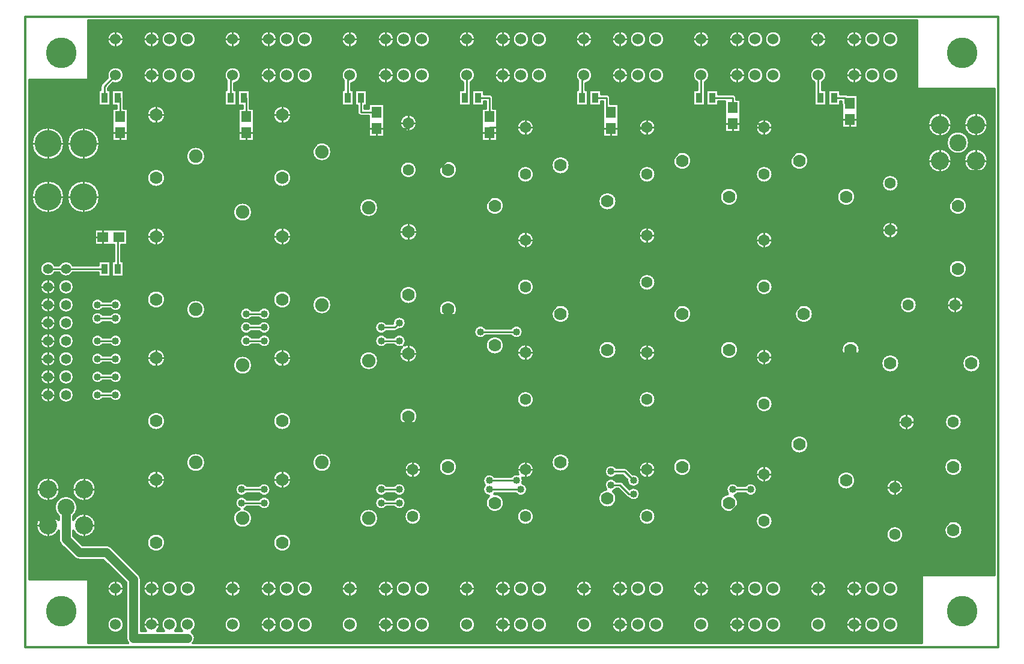
<source format=gbr>
G04 EasyPC Gerber Version 20.0.2 Build 4112 *
G04 #@! TF.Part,Single*
G04 #@! TF.FileFunction,Copper,L1,Top *
%FSLAX35Y35*%
%MOIN*%
G04 #@! TA.AperFunction,SMDPad*
%ADD26R,0.03543X0.05512*%
%ADD70R,0.05500X0.06000*%
G04 #@! TD.AperFunction*
%ADD11C,0.01000*%
%ADD10C,0.01200*%
G04 #@! TA.AperFunction,WasherPad*
%ADD13C,0.04000*%
G04 #@! TD.AperFunction*
%ADD84C,0.05000*%
G04 #@! TA.AperFunction,ComponentPad*
%ADD73C,0.05500*%
G04 #@! TA.AperFunction,WasherPad*
%ADD14C,0.06000*%
G04 #@! TA.AperFunction,ComponentPad*
%ADD71C,0.06299*%
%ADD108C,0.07000*%
%ADD107C,0.07500*%
%ADD21C,0.09449*%
%ADD22C,0.10039*%
%ADD109C,0.15000*%
G04 #@! TA.AperFunction,WasherPad*
%ADD12C,0.17000*%
G04 #@! TA.AperFunction,SMDPad*
%ADD25R,0.06000X0.05500*%
X0Y0D02*
D02*
D10*
X1250Y600D02*
X541250D01*
Y350600*
X1250*
Y600*
X539050Y310600D02*
X496250D01*
Y348400*
X36250*
Y315600*
X3450*
Y38100*
X36250*
Y2800*
X58255*
G75*
G02X57150Y5600I2995J2800*
G01*
Y36402*
X44552Y49000*
X31250*
G75*
G02X28351Y50201I0J4100*
G01*
X20851Y57701*
G75*
G02X19650Y60600I2899J2900*
G01*
Y65197*
G75*
G02X7130Y68198I-5900J3002*
G01*
G75*
G02X19650Y71200I6620*
G01*
Y73383*
G75*
G02X23750Y84523I4100J4815*
G01*
G75*
G02X27850Y73383J-6324*
G01*
Y71200*
G75*
G02X40370Y68198I5900J-3002*
G01*
G75*
G02X27850Y65197I-6620*
G01*
Y62298*
X32948Y57200*
X46250*
G75*
G02X49149Y55999I0J-4100*
G01*
X64149Y40999*
G75*
G02X65350Y38100I-2899J-2900*
G01*
Y9700*
X68152*
G75*
G02X66650Y13100I3098J3400*
G01*
G75*
G02X75850I4600*
G01*
G75*
G02X74348Y9700I-4600*
G01*
X78152*
G75*
G02X76650Y13100I3098J3400*
G01*
G75*
G02X85850I4600*
G01*
G75*
G02X84348Y9700I-4600*
G01*
X88152*
G75*
G02X86650Y13100I3098J3400*
G01*
G75*
G02X95850I4600*
G01*
G75*
G02X93450Y9060I-4600*
G01*
G75*
G02X94245Y2800I-2200J-3460*
G01*
X498750*
Y40600*
X539050*
Y310600*
X502130Y270698D02*
G75*
G02X515370I6620D01*
G01*
G75*
G02X502130I-6620*
G01*
X511150Y65600D02*
G75*
G02X521350I5100D01*
G01*
G75*
G02X511150I-5100*
G01*
Y100600D02*
G75*
G02X521350I5100D01*
G01*
G75*
G02X511150I-5100*
G01*
X511500Y125600D02*
G75*
G02X521000I4750D01*
G01*
G75*
G02X511500I-4750*
G01*
X512500Y190600D02*
G75*
G02X522000I4750D01*
G01*
G75*
G02X512500I-4750*
G01*
X521150Y158100D02*
G75*
G02X531350I5100D01*
G01*
G75*
G02X521150I-5100*
G01*
X513650Y210600D02*
G75*
G02X523850I5100D01*
G01*
G75*
G02X513650I-5100*
G01*
Y245600D02*
G75*
G02X523850I5100D01*
G01*
G75*
G02X513650I-5100*
G01*
X502130Y290698D02*
G75*
G02X515370I6620D01*
G01*
G75*
G02X502130I-6620*
G01*
X512426Y280698D02*
G75*
G02X525074I6324D01*
G01*
G75*
G02X512426I-6324*
G01*
X522130Y270698D02*
G75*
G02X535370I6620D01*
G01*
G75*
G02X522130I-6620*
G01*
Y290698D02*
G75*
G02X535370I6620D01*
G01*
G75*
G02X522130I-6620*
G01*
X46650Y318100D02*
G75*
G02X55850I4600D01*
G01*
G75*
G02X49841Y313721I-4600*
G01*
X47110Y310990*
Y309954*
X48380*
Y301246*
X41640*
Y309954*
X42910*
Y311860*
G75*
G02X43525Y313345I2100*
G01*
X46871Y316691*
G75*
G02X46650Y318100I4379J1409*
G01*
X55850Y299698D02*
X58100D01*
Y281502*
X49400*
Y299698*
X51650*
Y301246*
X49120*
Y309954*
X55860*
Y301246*
X55850*
Y299698*
X46650Y338100D02*
G75*
G02X55850I4600D01*
G01*
G75*
G02X46650I-4600*
G01*
X66650Y33100D02*
G75*
G02X75850I4600D01*
G01*
G75*
G02X66650I-4600*
G01*
Y318100D02*
G75*
G02X75850I4600D01*
G01*
G75*
G02X66650I-4600*
G01*
X68650Y58600D02*
G75*
G02X78850I5100D01*
G01*
G75*
G02X68650I-5100*
G01*
X76650Y33100D02*
G75*
G02X85850I4600D01*
G01*
G75*
G02X76650I-4600*
G01*
X68650Y93600D02*
G75*
G02X78850I5100D01*
G01*
G75*
G02X68650I-5100*
G01*
Y126100D02*
G75*
G02X78850I5100D01*
G01*
G75*
G02X68650I-5100*
G01*
Y161100D02*
G75*
G02X78850I5100D01*
G01*
G75*
G02X68650I-5100*
G01*
Y193600D02*
G75*
G02X78850I5100D01*
G01*
G75*
G02X68650I-5100*
G01*
Y228600D02*
G75*
G02X78850I5100D01*
G01*
G75*
G02X68650I-5100*
G01*
Y261100D02*
G75*
G02X78850I5100D01*
G01*
G75*
G02X68650I-5100*
G01*
Y296100D02*
G75*
G02X78850I5100D01*
G01*
G75*
G02X68650I-5100*
G01*
X66650Y338100D02*
G75*
G02X75850I4600D01*
G01*
G75*
G02X66650I-4600*
G01*
X76650Y318100D02*
G75*
G02X85850I4600D01*
G01*
G75*
G02X76650I-4600*
G01*
Y338100D02*
G75*
G02X85850I4600D01*
G01*
G75*
G02X76650I-4600*
G01*
X86650Y33100D02*
G75*
G02X95850I4600D01*
G01*
G75*
G02X86650I-4600*
G01*
Y318100D02*
G75*
G02X95850I4600D01*
G01*
G75*
G02X86650I-4600*
G01*
X90400Y103100D02*
G75*
G02X101100I5350D01*
G01*
G75*
G02X90400I-5350*
G01*
Y188100D02*
G75*
G02X101100I5350D01*
G01*
G75*
G02X90400I-5350*
G01*
Y273100D02*
G75*
G02X101100I5350D01*
G01*
G75*
G02X90400I-5350*
G01*
X86650Y338100D02*
G75*
G02X95850I4600D01*
G01*
G75*
G02X86650I-4600*
G01*
X111650Y318100D02*
G75*
G02X120850I4600D01*
G01*
G75*
G02X117110Y313581I-4600*
G01*
Y309954*
X118380*
Y301246*
X111640*
Y309954*
X112910*
Y314937*
G75*
G02X111650Y318100I3341J3163*
G01*
X125850Y299698D02*
X128100D01*
Y281502*
X119400*
Y299698*
X121650*
Y301246*
X119120*
Y309954*
X125860*
Y301246*
X125850*
Y299698*
X111650Y13100D02*
G75*
G02X120850I4600D01*
G01*
G75*
G02X111650I-4600*
G01*
Y33100D02*
G75*
G02X120850I4600D01*
G01*
G75*
G02X111650I-4600*
G01*
X130826Y82700D02*
G75*
G02X137350Y80600I2924J-2100D01*
G01*
G75*
G02X130826Y78500I-3600*
G01*
X124174*
G75*
G02X122793Y77347I-2924J2100*
G01*
G75*
G02X121750Y66750I-1043J-5247*
G01*
G75*
G02X120099Y77189J5350*
G01*
G75*
G02X117650Y80600I1151J3411*
G01*
G75*
G02X124174Y82700I3600*
G01*
X130826*
X131650Y13100D02*
G75*
G02X140850I4600D01*
G01*
G75*
G02X131650I-4600*
G01*
Y33100D02*
G75*
G02X140850I4600D01*
G01*
G75*
G02X131650I-4600*
G01*
X116400Y157100D02*
G75*
G02X127100I5350D01*
G01*
G75*
G02X116400I-5350*
G01*
X130826Y90200D02*
G75*
G02X137350Y88100I2924J-2100D01*
G01*
G75*
G02X130826Y86000I-3600*
G01*
X124174*
G75*
G02X117650Y88100I-2924J2100*
G01*
G75*
G02X124174Y90200I3600*
G01*
X130826*
X116400Y242100D02*
G75*
G02X127100I5350D01*
G01*
G75*
G02X116400I-5350*
G01*
X130826Y172700D02*
G75*
G02X137350Y170600I2924J-2100D01*
G01*
G75*
G02X130826Y168500I-3600*
G01*
X126674*
G75*
G02X120150Y170600I-2924J2100*
G01*
G75*
G02X126674Y172700I3600*
G01*
X130826*
Y180200D02*
G75*
G02X137350Y178100I2924J-2100D01*
G01*
G75*
G02X130826Y176000I-3600*
G01*
X126674*
G75*
G02X120150Y178100I-2924J2100*
G01*
G75*
G02X126674Y180200I3600*
G01*
X130826*
Y187700D02*
G75*
G02X137350Y185600I2924J-2100D01*
G01*
G75*
G02X130826Y183500I-3600*
G01*
X126674*
G75*
G02X120150Y185600I-2924J2100*
G01*
G75*
G02X126674Y187700I3600*
G01*
X130826*
X111650Y338100D02*
G75*
G02X120850I4600D01*
G01*
G75*
G02X111650I-4600*
G01*
X131650Y318100D02*
G75*
G02X140850I4600D01*
G01*
G75*
G02X131650I-4600*
G01*
X138650Y58600D02*
G75*
G02X148850I5100D01*
G01*
G75*
G02X138650I-5100*
G01*
X141650Y13100D02*
G75*
G02X150850I4600D01*
G01*
G75*
G02X141650I-4600*
G01*
Y33100D02*
G75*
G02X150850I4600D01*
G01*
G75*
G02X141650I-4600*
G01*
X138650Y93600D02*
G75*
G02X148850I5100D01*
G01*
G75*
G02X138650I-5100*
G01*
Y126100D02*
G75*
G02X148850I5100D01*
G01*
G75*
G02X138650I-5100*
G01*
Y161100D02*
G75*
G02X148850I5100D01*
G01*
G75*
G02X138650I-5100*
G01*
Y193600D02*
G75*
G02X148850I5100D01*
G01*
G75*
G02X138650I-5100*
G01*
Y228600D02*
G75*
G02X148850I5100D01*
G01*
G75*
G02X138650I-5100*
G01*
Y261100D02*
G75*
G02X148850I5100D01*
G01*
G75*
G02X138650I-5100*
G01*
Y296100D02*
G75*
G02X148850I5100D01*
G01*
G75*
G02X138650I-5100*
G01*
X131650Y338100D02*
G75*
G02X140850I4600D01*
G01*
G75*
G02X131650I-4600*
G01*
X141650Y318100D02*
G75*
G02X150850I4600D01*
G01*
G75*
G02X141650I-4600*
G01*
Y338100D02*
G75*
G02X150850I4600D01*
G01*
G75*
G02X141650I-4600*
G01*
X151650Y13100D02*
G75*
G02X160850I4600D01*
G01*
G75*
G02X151650I-4600*
G01*
Y33100D02*
G75*
G02X160850I4600D01*
G01*
G75*
G02X151650I-4600*
G01*
Y318100D02*
G75*
G02X160850I4600D01*
G01*
G75*
G02X151650I-4600*
G01*
X160400Y103100D02*
G75*
G02X171100I5350D01*
G01*
G75*
G02X160400I-5350*
G01*
Y190600D02*
G75*
G02X171100I5350D01*
G01*
G75*
G02X160400I-5350*
G01*
Y275600D02*
G75*
G02X171100I5350D01*
G01*
G75*
G02X160400I-5350*
G01*
X151650Y338100D02*
G75*
G02X160850I4600D01*
G01*
G75*
G02X151650I-4600*
G01*
X176650Y318100D02*
G75*
G02X185850I4600D01*
G01*
G75*
G02X182110Y313581I-4600*
G01*
Y309954*
X183380*
Y301246*
X176640*
Y309954*
X177910*
Y314937*
G75*
G02X176650Y318100I3341J3163*
G01*
X191900Y302198D02*
X200600D01*
Y284002*
X191900*
Y295500*
X187490*
G75*
G02X185390Y297600J2100*
G01*
Y301246*
X184120*
Y309954*
X190860*
Y301246*
X189590*
Y299700*
X191900*
Y302198*
X186400Y72100D02*
G75*
G02X197100I5350D01*
G01*
G75*
G02X186400I-5350*
G01*
X196650Y13100D02*
G75*
G02X205850I4600D01*
G01*
G75*
G02X196650I-4600*
G01*
Y33100D02*
G75*
G02X205850I4600D01*
G01*
G75*
G02X196650I-4600*
G01*
X186400Y159600D02*
G75*
G02X197100I5350D01*
G01*
G75*
G02X186400I-5350*
G01*
X205826Y82700D02*
G75*
G02X212350Y80600I2924J-2100D01*
G01*
G75*
G02X205826Y78500I-3600*
G01*
X201674*
G75*
G02X195150Y80600I-2924J2100*
G01*
G75*
G02X201674Y82700I3600*
G01*
X205826*
X206650Y13100D02*
G75*
G02X215850I4600D01*
G01*
G75*
G02X206650I-4600*
G01*
Y33100D02*
G75*
G02X215850I4600D01*
G01*
G75*
G02X206650I-4600*
G01*
X216250Y77850D02*
G75*
G02X221000Y73100J-4750D01*
G01*
G75*
G02X216250Y68350I-4750*
G01*
G75*
G02X211500Y73100J4750*
G01*
G75*
G02X216250Y77850I4750*
G01*
X216650Y13100D02*
G75*
G02X225850I4600D01*
G01*
G75*
G02X216650I-4600*
G01*
Y33100D02*
G75*
G02X225850I4600D01*
G01*
G75*
G02X216650I-4600*
G01*
X205826Y90200D02*
G75*
G02X212350Y88100I2924J-2100D01*
G01*
G75*
G02X205826Y86000I-3600*
G01*
X201674*
G75*
G02X195150Y88100I-2924J2100*
G01*
G75*
G02X201674Y90200I3600*
G01*
X205826*
X186400Y244600D02*
G75*
G02X197100I5350D01*
G01*
G75*
G02X186400I-5350*
G01*
X211330Y168089D02*
G75*
G02X218850Y163600I2420J-4489D01*
G01*
G75*
G02X208650I-5100*
G01*
G75*
G02X210288Y167345I5100*
G01*
G75*
G02X205826Y168500I-1538J3255*
G01*
X201674*
G75*
G02X195150Y170600I-2924J2100*
G01*
G75*
G02X201674Y172700I3600*
G01*
X205826*
G75*
G02X212350Y170600I2924J-2100*
G01*
G75*
G02X211330Y168089I-3600*
G01*
X208650Y128600D02*
G75*
G02X218850I5100D01*
G01*
G75*
G02X208650I-5100*
G01*
X216250Y103850D02*
G75*
G02X221000Y99100J-4750D01*
G01*
G75*
G02X216250Y94350I-4750*
G01*
G75*
G02X211500Y99100J4750*
G01*
G75*
G02X216250Y103850I4750*
G01*
X205150Y180600D02*
G75*
G02X212350I3600D01*
G01*
G75*
G02X208167Y177048I-3600*
G01*
X207735Y176615*
G75*
G02X206248Y176000I-1485J1485*
G01*
X201674*
G75*
G02X195150Y178100I-2924J2100*
G01*
G75*
G02X201674Y180200I3600*
G01*
X205172*
G75*
G02X205150Y180600I3578J401*
G01*
X176650Y13100D02*
G75*
G02X185850I4600D01*
G01*
G75*
G02X176650I-4600*
G01*
Y33100D02*
G75*
G02X185850I4600D01*
G01*
G75*
G02X176650I-4600*
G01*
Y338100D02*
G75*
G02X185850I4600D01*
G01*
G75*
G02X176650I-4600*
G01*
X196650Y318100D02*
G75*
G02X205850I4600D01*
G01*
G75*
G02X196650I-4600*
G01*
Y338100D02*
G75*
G02X205850I4600D01*
G01*
G75*
G02X196650I-4600*
G01*
X206650Y318100D02*
G75*
G02X215850I4600D01*
G01*
G75*
G02X206650I-4600*
G01*
X208650Y196100D02*
G75*
G02X218850I5100D01*
G01*
G75*
G02X208650I-5100*
G01*
Y231100D02*
G75*
G02X218850I5100D01*
G01*
G75*
G02X208650I-5100*
G01*
X213750Y270350D02*
G75*
G02X218500Y265600J-4750D01*
G01*
G75*
G02X213750Y260850I-4750*
G01*
G75*
G02X209000Y265600J4750*
G01*
G75*
G02X213750Y270350I4750*
G01*
Y296350D02*
G75*
G02X218500Y291600J-4750D01*
G01*
G75*
G02X213750Y286850I-4750*
G01*
G75*
G02X209000Y291600J4750*
G01*
G75*
G02X213750Y296350I4750*
G01*
X206650Y338100D02*
G75*
G02X215850I4600D01*
G01*
G75*
G02X206650I-4600*
G01*
X216650Y318100D02*
G75*
G02X225850I4600D01*
G01*
G75*
G02X216650I-4600*
G01*
Y338100D02*
G75*
G02X225850I4600D01*
G01*
G75*
G02X216650I-4600*
G01*
X230650Y100600D02*
G75*
G02X240850I5100D01*
G01*
G75*
G02X230650I-5100*
G01*
Y188100D02*
G75*
G02X240850I5100D01*
G01*
G75*
G02X230650I-5100*
G01*
Y265600D02*
G75*
G02X240850I5100D01*
G01*
G75*
G02X230650I-5100*
G01*
X241650Y318100D02*
G75*
G02X250850I4600D01*
G01*
G75*
G02X248350Y314007I-4600*
G01*
Y309954*
X248380*
Y301246*
X241640*
Y309954*
X244150*
Y314007*
G75*
G02X241650Y318100I2100J4093*
G01*
X260850Y299698D02*
X263100D01*
Y281502*
X254400*
Y299698*
X256650*
Y303500*
X255860*
Y301246*
X249120*
Y309954*
X255860*
Y307700*
X258750*
G75*
G02X260850Y305600J-2100*
G01*
Y299698*
X256650Y245600D02*
G75*
G02X266850I5100D01*
G01*
G75*
G02X256650I-5100*
G01*
X270826Y177700D02*
G75*
G02X277350Y175600I2924J-2100D01*
G01*
G75*
G02X270826Y173500I-3600*
G01*
X256674*
G75*
G02X250150Y175600I-2924J2100*
G01*
G75*
G02X256674Y177700I3600*
G01*
X270826*
X278750Y103850D02*
G75*
G02X283500Y99100J-4750D01*
G01*
G75*
G02X276978Y94693I-4750*
G01*
G75*
G02X277029Y91615I-3229J-1593*
G01*
G75*
G02X279850Y88100I-779J-3515*
G01*
G75*
G02X273326Y86000I-3600*
G01*
X261674*
G75*
G02X261424Y85689I-2926J2099*
G01*
G75*
G02X261750Y85700I329J-5089*
G01*
G75*
G02Y75500J-5100*
G01*
G75*
G02X258476Y84511J5100*
G01*
G75*
G02X256159Y90600I274J3590*
G01*
G75*
G02X255150Y93100I2591J2500*
G01*
G75*
G02X261674Y95200I3600*
G01*
X270826*
G75*
G02X274735Y96563I2924J-2100*
G01*
G75*
G02X278750Y103850I4015J2537*
G01*
Y77850D02*
G75*
G02X283500Y73100J-4750D01*
G01*
G75*
G02X278750Y68350I-4750*
G01*
G75*
G02X274000Y73100J4750*
G01*
G75*
G02X278750Y77850I4750*
G01*
X281650Y13100D02*
G75*
G02X290850I4600D01*
G01*
G75*
G02X281650I-4600*
G01*
Y33100D02*
G75*
G02X290850I4600D01*
G01*
G75*
G02X281650I-4600*
G01*
X271650Y13100D02*
G75*
G02X280850I4600D01*
G01*
G75*
G02X271650I-4600*
G01*
Y33100D02*
G75*
G02X280850I4600D01*
G01*
G75*
G02X271650I-4600*
G01*
X261650Y13100D02*
G75*
G02X270850I4600D01*
G01*
G75*
G02X261650I-4600*
G01*
Y33100D02*
G75*
G02X270850I4600D01*
G01*
G75*
G02X261650I-4600*
G01*
X278750Y142850D02*
G75*
G02X283500Y138100J-4750D01*
G01*
G75*
G02X278750Y133350I-4750*
G01*
G75*
G02X274000Y138100J4750*
G01*
G75*
G02X278750Y142850I4750*
G01*
Y168850D02*
G75*
G02X283500Y164100J-4750D01*
G01*
G75*
G02X278750Y159350I-4750*
G01*
G75*
G02X274000Y164100J4750*
G01*
G75*
G02X278750Y168850I4750*
G01*
X256650Y168100D02*
G75*
G02X266850I5100D01*
G01*
G75*
G02X256650I-5100*
G01*
X241650Y13100D02*
G75*
G02X250850I4600D01*
G01*
G75*
G02X241650I-4600*
G01*
Y33100D02*
G75*
G02X250850I4600D01*
G01*
G75*
G02X241650I-4600*
G01*
Y338100D02*
G75*
G02X250850I4600D01*
G01*
G75*
G02X241650I-4600*
G01*
X261650Y318100D02*
G75*
G02X270850I4600D01*
G01*
G75*
G02X261650I-4600*
G01*
Y338100D02*
G75*
G02X270850I4600D01*
G01*
G75*
G02X261650I-4600*
G01*
X271650Y318100D02*
G75*
G02X280850I4600D01*
G01*
G75*
G02X271650I-4600*
G01*
X278750Y205350D02*
G75*
G02X283500Y200600J-4750D01*
G01*
G75*
G02X278750Y195850I-4750*
G01*
G75*
G02X274000Y200600J4750*
G01*
G75*
G02X278750Y205350I4750*
G01*
Y231350D02*
G75*
G02X283500Y226600J-4750D01*
G01*
G75*
G02X278750Y221850I-4750*
G01*
G75*
G02X274000Y226600J4750*
G01*
G75*
G02X278750Y231350I4750*
G01*
Y267850D02*
G75*
G02X283500Y263100J-4750D01*
G01*
G75*
G02X278750Y258350I-4750*
G01*
G75*
G02X274000Y263100J4750*
G01*
G75*
G02X278750Y267850I4750*
G01*
Y293850D02*
G75*
G02X283500Y289100J-4750D01*
G01*
G75*
G02X278750Y284350I-4750*
G01*
G75*
G02X274000Y289100J4750*
G01*
G75*
G02X278750Y293850I4750*
G01*
X271650Y338100D02*
G75*
G02X280850I4600D01*
G01*
G75*
G02X271650I-4600*
G01*
X281650Y318100D02*
G75*
G02X290850I4600D01*
G01*
G75*
G02X281650I-4600*
G01*
Y338100D02*
G75*
G02X290850I4600D01*
G01*
G75*
G02X281650I-4600*
G01*
X293150Y103100D02*
G75*
G02X303350I5100D01*
G01*
G75*
G02X293150I-5100*
G01*
Y185600D02*
G75*
G02X303350I5100D01*
G01*
G75*
G02X293150I-5100*
G01*
Y268100D02*
G75*
G02X303350I5100D01*
G01*
G75*
G02X293150I-5100*
G01*
X306650Y318100D02*
G75*
G02X315850I4600D01*
G01*
G75*
G02X312110Y313581I-4600*
G01*
Y309954*
X313380*
Y301246*
X306640*
Y309954*
X307910*
Y314937*
G75*
G02X306650Y318100I3341J3163*
G01*
X325850Y302198D02*
X330600D01*
Y284002*
X321900*
Y296607*
G75*
G02X321650Y297600I1850J993*
G01*
Y303500*
X320860*
Y301246*
X314120*
Y309954*
X320860*
Y307700*
X323750*
G75*
G02X325850Y305600J-2100*
G01*
Y302198*
X336450Y88370D02*
G75*
G02X342350Y85600I2300J-2770D01*
G01*
G75*
G02X335790Y83551I-3600*
G01*
G75*
G02X334765Y84115I459J2049*
G01*
X330380Y88500*
X329174*
G75*
G02X327329Y87166I-2924J2100*
G01*
G75*
G02X324250Y78000I-3079J-4066*
G01*
G75*
G02X323604Y88159J5100*
G01*
G75*
G02X322650Y90600I2646J2441*
G01*
G75*
G02X329174Y92700I3600*
G01*
X331248*
G75*
G02X332735Y92085I3J-2100*
G01*
X336450Y88370*
X336650Y13100D02*
G75*
G02X345850I4600D01*
G01*
G75*
G02X336650I-4600*
G01*
Y33100D02*
G75*
G02X345850I4600D01*
G01*
G75*
G02X336650I-4600*
G01*
X346250Y77850D02*
G75*
G02X351000Y73100J-4750D01*
G01*
G75*
G02X346250Y68350I-4750*
G01*
G75*
G02X341500Y73100J4750*
G01*
G75*
G02X346250Y77850I4750*
G01*
X346650Y13100D02*
G75*
G02X355850I4600D01*
G01*
G75*
G02X346650I-4600*
G01*
Y33100D02*
G75*
G02X355850I4600D01*
G01*
G75*
G02X346650I-4600*
G01*
X326650Y13100D02*
G75*
G02X335850I4600D01*
G01*
G75*
G02X326650I-4600*
G01*
Y33100D02*
G75*
G02X335850I4600D01*
G01*
G75*
G02X326650I-4600*
G01*
X319150Y165600D02*
G75*
G02X329350I5100D01*
G01*
G75*
G02X319150I-5100*
G01*
X338167Y96652D02*
G75*
G02X342350Y93100I583J-3552D01*
G01*
G75*
G02X335150I-3600*
G01*
G75*
G02X335198Y93683I3600J-1*
G01*
X332880Y96000*
X329174*
G75*
G02X322650Y98100I-2924J2100*
G01*
G75*
G02X329174Y100200I3600*
G01*
X333748*
G75*
G02X335235Y99585I3J-2100*
G01*
X338167Y96652*
X319150Y248100D02*
G75*
G02X329350I5100D01*
G01*
G75*
G02X319150I-5100*
G01*
X306650Y13100D02*
G75*
G02X315850I4600D01*
G01*
G75*
G02X306650I-4600*
G01*
Y33100D02*
G75*
G02X315850I4600D01*
G01*
G75*
G02X306650I-4600*
G01*
Y338100D02*
G75*
G02X315850I4600D01*
G01*
G75*
G02X306650I-4600*
G01*
X326650Y318100D02*
G75*
G02X335850I4600D01*
G01*
G75*
G02X326650I-4600*
G01*
Y338100D02*
G75*
G02X335850I4600D01*
G01*
G75*
G02X326650I-4600*
G01*
X336650Y318100D02*
G75*
G02X345850I4600D01*
G01*
G75*
G02X336650I-4600*
G01*
X346250Y103850D02*
G75*
G02X351000Y99100J-4750D01*
G01*
G75*
G02X346250Y94350I-4750*
G01*
G75*
G02X341500Y99100J4750*
G01*
G75*
G02X346250Y103850I4750*
G01*
Y142850D02*
G75*
G02X351000Y138100J-4750D01*
G01*
G75*
G02X346250Y133350I-4750*
G01*
G75*
G02X341500Y138100J4750*
G01*
G75*
G02X346250Y142850I4750*
G01*
Y168850D02*
G75*
G02X351000Y164100J-4750D01*
G01*
G75*
G02X346250Y159350I-4750*
G01*
G75*
G02X341500Y164100J4750*
G01*
G75*
G02X346250Y168850I4750*
G01*
Y207850D02*
G75*
G02X351000Y203100J-4750D01*
G01*
G75*
G02X346250Y198350I-4750*
G01*
G75*
G02X341500Y203100J4750*
G01*
G75*
G02X346250Y207850I4750*
G01*
Y233850D02*
G75*
G02X351000Y229100J-4750D01*
G01*
G75*
G02X346250Y224350I-4750*
G01*
G75*
G02X341500Y229100J4750*
G01*
G75*
G02X346250Y233850I4750*
G01*
Y267850D02*
G75*
G02X351000Y263100J-4750D01*
G01*
G75*
G02X346250Y258350I-4750*
G01*
G75*
G02X341500Y263100J4750*
G01*
G75*
G02X346250Y267850I4750*
G01*
Y293850D02*
G75*
G02X351000Y289100J-4750D01*
G01*
G75*
G02X346250Y284350I-4750*
G01*
G75*
G02X341500Y289100J4750*
G01*
G75*
G02X346250Y293850I4750*
G01*
X336650Y338100D02*
G75*
G02X345850I4600D01*
G01*
G75*
G02X336650I-4600*
G01*
X346650Y318100D02*
G75*
G02X355850I4600D01*
G01*
G75*
G02X346650I-4600*
G01*
Y338100D02*
G75*
G02X355850I4600D01*
G01*
G75*
G02X346650I-4600*
G01*
X360650Y100600D02*
G75*
G02X370850I5100D01*
G01*
G75*
G02X360650I-5100*
G01*
Y185600D02*
G75*
G02X370850I5100D01*
G01*
G75*
G02X360650I-5100*
G01*
Y270600D02*
G75*
G02X370850I5100D01*
G01*
G75*
G02X360650I-5100*
G01*
X371650Y318100D02*
G75*
G02X380850I4600D01*
G01*
G75*
G02X378350Y314007I-4600*
G01*
Y309954*
X378380*
Y301246*
X371640*
Y309954*
X374150*
Y314007*
G75*
G02X371650Y318100I2100J4093*
G01*
X395850Y304698D02*
X398100D01*
Y286502*
X389400*
Y303500*
X385860*
Y301246*
X379120*
Y309954*
X385860*
Y307700*
X393750*
G75*
G02X395850Y305600J-2100*
G01*
Y304698*
X400826Y90200D02*
G75*
G02X407350Y88100I2924J-2100D01*
G01*
G75*
G02X400826Y86000I-3600*
G01*
X396674*
G75*
G02X394829Y84666I-2924J2100*
G01*
G75*
G02X391750Y75500I-3079J-4066*
G01*
G75*
G02X391104Y85659J5100*
G01*
G75*
G02X390150Y88100I2646J2441*
G01*
G75*
G02X396674Y90200I3600*
G01*
X400826*
X401650Y13100D02*
G75*
G02X410850I4600D01*
G01*
G75*
G02X401650I-4600*
G01*
Y33100D02*
G75*
G02X410850I4600D01*
G01*
G75*
G02X401650I-4600*
G01*
X411250Y75350D02*
G75*
G02X416000Y70600J-4750D01*
G01*
G75*
G02X411250Y65850I-4750*
G01*
G75*
G02X406500Y70600J4750*
G01*
G75*
G02X411250Y75350I4750*
G01*
X411650Y13100D02*
G75*
G02X420850I4600D01*
G01*
G75*
G02X411650I-4600*
G01*
Y33100D02*
G75*
G02X420850I4600D01*
G01*
G75*
G02X411650I-4600*
G01*
X391650Y13100D02*
G75*
G02X400850I4600D01*
G01*
G75*
G02X391650I-4600*
G01*
Y33100D02*
G75*
G02X400850I4600D01*
G01*
G75*
G02X391650I-4600*
G01*
X386650Y165600D02*
G75*
G02X396850I5100D01*
G01*
G75*
G02X386650I-5100*
G01*
Y250600D02*
G75*
G02X396850I5100D01*
G01*
G75*
G02X386650I-5100*
G01*
X371650Y13100D02*
G75*
G02X380850I4600D01*
G01*
G75*
G02X371650I-4600*
G01*
Y33100D02*
G75*
G02X380850I4600D01*
G01*
G75*
G02X371650I-4600*
G01*
Y338100D02*
G75*
G02X380850I4600D01*
G01*
G75*
G02X371650I-4600*
G01*
X391650Y318100D02*
G75*
G02X400850I4600D01*
G01*
G75*
G02X391650I-4600*
G01*
Y338100D02*
G75*
G02X400850I4600D01*
G01*
G75*
G02X391650I-4600*
G01*
X401650Y318100D02*
G75*
G02X410850I4600D01*
G01*
G75*
G02X401650I-4600*
G01*
X411250Y101350D02*
G75*
G02X416000Y96600J-4750D01*
G01*
G75*
G02X411250Y91850I-4750*
G01*
G75*
G02X406500Y96600J4750*
G01*
G75*
G02X411250Y101350I4750*
G01*
Y140350D02*
G75*
G02X416000Y135600J-4750D01*
G01*
G75*
G02X411250Y130850I-4750*
G01*
G75*
G02X406500Y135600J4750*
G01*
G75*
G02X411250Y140350I4750*
G01*
Y166350D02*
G75*
G02X416000Y161600J-4750D01*
G01*
G75*
G02X411250Y156850I-4750*
G01*
G75*
G02X406500Y161600J4750*
G01*
G75*
G02X411250Y166350I4750*
G01*
Y205350D02*
G75*
G02X416000Y200600J-4750D01*
G01*
G75*
G02X411250Y195850I-4750*
G01*
G75*
G02X406500Y200600J4750*
G01*
G75*
G02X411250Y205350I4750*
G01*
Y231350D02*
G75*
G02X416000Y226600J-4750D01*
G01*
G75*
G02X411250Y221850I-4750*
G01*
G75*
G02X406500Y226600J4750*
G01*
G75*
G02X411250Y231350I4750*
G01*
Y267850D02*
G75*
G02X416000Y263100J-4750D01*
G01*
G75*
G02X411250Y258350I-4750*
G01*
G75*
G02X406500Y263100J4750*
G01*
G75*
G02X411250Y267850I4750*
G01*
Y293850D02*
G75*
G02X416000Y289100J-4750D01*
G01*
G75*
G02X411250Y284350I-4750*
G01*
G75*
G02X406500Y289100J4750*
G01*
G75*
G02X411250Y293850I4750*
G01*
X401650Y338100D02*
G75*
G02X410850I4600D01*
G01*
G75*
G02X401650I-4600*
G01*
X411650Y318100D02*
G75*
G02X420850I4600D01*
G01*
G75*
G02X411650I-4600*
G01*
Y338100D02*
G75*
G02X420850I4600D01*
G01*
G75*
G02X411650I-4600*
G01*
X425650Y113100D02*
G75*
G02X435850I5100D01*
G01*
G75*
G02X425650I-5100*
G01*
Y270600D02*
G75*
G02X435850I5100D01*
G01*
G75*
G02X425650I-5100*
G01*
X428150Y185600D02*
G75*
G02X438350I5100D01*
G01*
G75*
G02X428150I-5100*
G01*
X436650Y13100D02*
G75*
G02X445850I4600D01*
G01*
G75*
G02X436650I-4600*
G01*
Y33100D02*
G75*
G02X445850I4600D01*
G01*
G75*
G02X436650I-4600*
G01*
X443350Y309954D02*
X445880D01*
Y301246*
X439140*
Y309954*
X439150*
Y314007*
G75*
G02X436650Y318100I2100J4093*
G01*
G75*
G02X445850I4600*
G01*
G75*
G02X443350Y314007I-4600*
G01*
Y309954*
X436650Y338100D02*
G75*
G02X445850I4600D01*
G01*
G75*
G02X436650I-4600*
G01*
X457612Y307198D02*
X463100D01*
Y289002*
X454400*
Y301607*
G75*
G02X454150Y302600I1850J993*
G01*
Y303500*
X453360*
Y301246*
X446620*
Y309954*
X453360*
Y307700*
X456250*
G75*
G02X457612Y307198J-2100*
G01*
X451650Y93100D02*
G75*
G02X461850I5100D01*
G01*
G75*
G02X451650I-5100*
G01*
X456650Y13100D02*
G75*
G02X465850I4600D01*
G01*
G75*
G02X456650I-4600*
G01*
Y33100D02*
G75*
G02X465850I4600D01*
G01*
G75*
G02X456650I-4600*
G01*
X451650Y250600D02*
G75*
G02X461850I5100D01*
G01*
G75*
G02X451650I-5100*
G01*
X454150Y165600D02*
G75*
G02X464350I5100D01*
G01*
G75*
G02X454150I-5100*
G01*
X456650Y318100D02*
G75*
G02X465850I4600D01*
G01*
G75*
G02X456650I-4600*
G01*
Y338100D02*
G75*
G02X465850I4600D01*
G01*
G75*
G02X456650I-4600*
G01*
X466650Y13100D02*
G75*
G02X475850I4600D01*
G01*
G75*
G02X466650I-4600*
G01*
Y33100D02*
G75*
G02X475850I4600D01*
G01*
G75*
G02X466650I-4600*
G01*
Y318100D02*
G75*
G02X475850I4600D01*
G01*
G75*
G02X466650I-4600*
G01*
Y338100D02*
G75*
G02X475850I4600D01*
G01*
G75*
G02X466650I-4600*
G01*
X476150Y158100D02*
G75*
G02X486350I5100D01*
G01*
G75*
G02X476150I-5100*
G01*
X485500Y125600D02*
G75*
G02X495000I4750D01*
G01*
G75*
G02X485500I-4750*
G01*
X476650Y13100D02*
G75*
G02X485850I4600D01*
G01*
G75*
G02X476650I-4600*
G01*
Y33100D02*
G75*
G02X485850I4600D01*
G01*
G75*
G02X476650I-4600*
G01*
X483750Y67850D02*
G75*
G02X488500Y63100J-4750D01*
G01*
G75*
G02X483750Y58350I-4750*
G01*
G75*
G02X479000Y63100J4750*
G01*
G75*
G02X483750Y67850I4750*
G01*
Y93850D02*
G75*
G02X488500Y89100J-4750D01*
G01*
G75*
G02X483750Y84350I-4750*
G01*
G75*
G02X479000Y89100J4750*
G01*
G75*
G02X483750Y93850I4750*
G01*
X481250Y236850D02*
G75*
G02X486000Y232100J-4750D01*
G01*
G75*
G02X481250Y227350I-4750*
G01*
G75*
G02X476500Y232100J4750*
G01*
G75*
G02X481250Y236850I4750*
G01*
Y262850D02*
G75*
G02X486000Y258100J-4750D01*
G01*
G75*
G02X481250Y253350I-4750*
G01*
G75*
G02X476500Y258100J4750*
G01*
G75*
G02X481250Y262850I4750*
G01*
X476650Y318100D02*
G75*
G02X485850I4600D01*
G01*
G75*
G02X476650I-4600*
G01*
Y338100D02*
G75*
G02X485850I4600D01*
G01*
G75*
G02X476650I-4600*
G01*
X486500Y190600D02*
G75*
G02X496000I4750D01*
G01*
G75*
G02X486500I-4750*
G01*
X4650Y250600D02*
G75*
G02X22850I9100D01*
G01*
G75*
G02X4650I-9100*
G01*
X7130Y88198D02*
G75*
G02X20370I6620D01*
G01*
G75*
G02X7130I-6620*
G01*
X9400Y140600D02*
G75*
G02X18100I4350D01*
G01*
G75*
G02X9400I-4350*
G01*
Y150600D02*
G75*
G02X18100I4350D01*
G01*
G75*
G02X9400I-4350*
G01*
Y160600D02*
G75*
G02X18100I4350D01*
G01*
G75*
G02X9400I-4350*
G01*
Y170600D02*
G75*
G02X18100I4350D01*
G01*
G75*
G02X9400I-4350*
G01*
Y180600D02*
G75*
G02X18100I4350D01*
G01*
G75*
G02X9400I-4350*
G01*
Y190600D02*
G75*
G02X18100I4350D01*
G01*
G75*
G02X9400I-4350*
G01*
Y200600D02*
G75*
G02X18100I4350D01*
G01*
G75*
G02X9400I-4350*
G01*
X41640Y214954D02*
X48380D01*
Y206246*
X41640*
Y208500*
X27559*
G75*
G02X19941I-3809J2100*
G01*
X17559*
G75*
G02X9400Y210600I-3809J2100*
G01*
G75*
G02X17559Y212700I4350*
G01*
X19941*
G75*
G02X27559I3809J-2100*
G01*
X41640*
Y214954*
X48326Y142700D02*
G75*
G02X54850Y140600I2924J-2100D01*
G01*
G75*
G02X48326Y138500I-3600*
G01*
X44174*
G75*
G02X37650Y140600I-2924J2100*
G01*
G75*
G02X44174Y142700I3600*
G01*
X48326*
Y152700D02*
G75*
G02X54850Y150600I2924J-2100D01*
G01*
G75*
G02X48326Y148500I-3600*
G01*
X44174*
G75*
G02X37650Y150600I-2924J2100*
G01*
G75*
G02X44174Y152700I3600*
G01*
X48326*
Y162700D02*
G75*
G02X54850Y160600I2924J-2100D01*
G01*
G75*
G02X48326Y158500I-3600*
G01*
X44174*
G75*
G02X37650Y160600I-2924J2100*
G01*
G75*
G02X44174Y162700I3600*
G01*
X48326*
Y172700D02*
G75*
G02X54850Y170600I2924J-2100D01*
G01*
G75*
G02X48326Y168500I-3600*
G01*
X44174*
G75*
G02X37650Y170600I-2924J2100*
G01*
G75*
G02X44174Y172700I3600*
G01*
X48326*
Y185200D02*
G75*
G02X54850Y183100I2924J-2100D01*
G01*
G75*
G02X48326Y181000I-3600*
G01*
X44174*
G75*
G02X37650Y183100I-2924J2100*
G01*
G75*
G02X44174Y185200I3600*
G01*
X48326*
Y192700D02*
G75*
G02X54850Y190600I2924J-2100D01*
G01*
G75*
G02X48326Y188500I-3600*
G01*
X44174*
G75*
G02X37650Y190600I-2924J2100*
G01*
G75*
G02X44174Y192700I3600*
G01*
X48326*
X19400Y140600D02*
G75*
G02X28100I4350D01*
G01*
G75*
G02X19400I-4350*
G01*
X27130Y88198D02*
G75*
G02X40370I6620D01*
G01*
G75*
G02X27130I-6620*
G01*
X19400Y150600D02*
G75*
G02X28100I4350D01*
G01*
G75*
G02X19400I-4350*
G01*
Y160600D02*
G75*
G02X28100I4350D01*
G01*
G75*
G02X19400I-4350*
G01*
Y170600D02*
G75*
G02X28100I4350D01*
G01*
G75*
G02X19400I-4350*
G01*
Y180600D02*
G75*
G02X28100I4350D01*
G01*
G75*
G02X19400I-4350*
G01*
Y190600D02*
G75*
G02X28100I4350D01*
G01*
G75*
G02X19400I-4350*
G01*
Y200600D02*
G75*
G02X28100I4350D01*
G01*
G75*
G02X19400I-4350*
G01*
X4650Y280100D02*
G75*
G02X22850I9100D01*
G01*
G75*
G02X4650I-9100*
G01*
X33450Y259700D02*
G75*
G02Y241500J-9100D01*
G01*
G75*
G02Y259700J9100*
G01*
X39652Y232450D02*
X57848D01*
Y223750*
X54590*
Y214954*
X55860*
Y206246*
X49120*
Y214954*
X50390*
Y223750*
X39652*
Y232450*
X24350Y280100D02*
G75*
G02X42550I9100D01*
G01*
G75*
G02X24350I-9100*
G01*
X46650Y13100D02*
G75*
G02X55850I4600D01*
G01*
G75*
G02X46650I-4600*
G01*
Y33100D02*
G75*
G02X55850I4600D01*
G01*
G75*
G02X46650I-4600*
G01*
X57790Y3400D02*
G36*
G75*
G02X57150Y5600I3459J2200D01*
G01*
Y5600*
Y13100*
X55850*
G75*
G02X46650I-4600*
G01*
X36250*
Y3400*
X57790*
G37*
X66650Y13100D02*
G36*
X65350D01*
Y9700*
X68152*
G75*
G02X66650Y13100I3099J3400*
G01*
G37*
X76650D02*
G36*
X75850D01*
G75*
G02X74348Y9700I-4601J0*
G01*
X78152*
G75*
G02X76650Y13100I3099J3400*
G01*
G37*
X86650D02*
G36*
X85850D01*
G75*
G02X84348Y9700I-4601J0*
G01*
X88152*
G75*
G02X86650Y13100I3099J3400*
G01*
G37*
X498750D02*
G36*
X485850D01*
G75*
G02X476650I-4600*
G01*
X475850*
G75*
G02X466650I-4600*
G01*
X465850*
G75*
G02X456650I-4600*
G01*
X445850*
G75*
G02X436650I-4600*
G01*
X420850*
G75*
G02X411650I-4600*
G01*
X410850*
G75*
G02X401650I-4600*
G01*
X400850*
G75*
G02X391650I-4600*
G01*
X380850*
G75*
G02X371650I-4600*
G01*
X355850*
G75*
G02X346650I-4600*
G01*
X345850*
G75*
G02X336650I-4600*
G01*
X335850*
G75*
G02X326650I-4600*
G01*
X315850*
G75*
G02X306650I-4600*
G01*
X290850*
G75*
G02X281650I-4600*
G01*
X280850*
G75*
G02X271650I-4600*
G01*
X270850*
G75*
G02X261650I-4600*
G01*
X250850*
G75*
G02X241650I-4600*
G01*
X225850*
G75*
G02X216650I-4600*
G01*
X215850*
G75*
G02X206650I-4600*
G01*
X205850*
G75*
G02X196650I-4600*
G01*
X185850*
G75*
G02X176650I-4600*
G01*
X160850*
G75*
G02X151650I-4600*
G01*
X150850*
G75*
G02X141650I-4600*
G01*
X140850*
G75*
G02X131650I-4600*
G01*
X120850*
G75*
G02X111650I-4600*
G01*
X95850*
G75*
G02X93450Y9060I-4600*
G01*
G75*
G02X95350Y5600I-2199J-3460*
G01*
G75*
G02X94710Y3400I-4100J0*
G01*
X498750*
Y13100*
G37*
X57150Y33100D02*
G36*
X55850D01*
G75*
G02X46650I-4600*
G01*
X36250*
Y13100*
X46650*
G75*
G02X55850I4600*
G01*
X57150*
Y33100*
G37*
X498750D02*
G36*
X485850D01*
G75*
G02X476650I-4600*
G01*
X475850*
G75*
G02X466650I-4600*
G01*
X465850*
G75*
G02X456650I-4600*
G01*
X445850*
G75*
G02X436650I-4600*
G01*
X420850*
G75*
G02X411650I-4600*
G01*
X410850*
G75*
G02X401650I-4600*
G01*
X400850*
G75*
G02X391650I-4600*
G01*
X380850*
G75*
G02X371650I-4600*
G01*
X355850*
G75*
G02X346650I-4600*
G01*
X345850*
G75*
G02X336650I-4600*
G01*
X335850*
G75*
G02X326650I-4600*
G01*
X315850*
G75*
G02X306650I-4600*
G01*
X290850*
G75*
G02X281650I-4600*
G01*
X280850*
G75*
G02X271650I-4600*
G01*
X270850*
G75*
G02X261650I-4600*
G01*
X250850*
G75*
G02X241650I-4600*
G01*
X225850*
G75*
G02X216650I-4600*
G01*
X215850*
G75*
G02X206650I-4600*
G01*
X205850*
G75*
G02X196650I-4600*
G01*
X185850*
G75*
G02X176650I-4600*
G01*
X160850*
G75*
G02X151650I-4600*
G01*
X150850*
G75*
G02X141650I-4600*
G01*
X140850*
G75*
G02X131650I-4600*
G01*
X120850*
G75*
G02X111650I-4600*
G01*
X95850*
G75*
G02X86650I-4600*
G01*
X85850*
G75*
G02X76650I-4600*
G01*
X75850*
G75*
G02X66650I-4600*
G01*
X65350*
Y13100*
X66650*
G75*
G02X75850I4600*
G01*
X76650*
G75*
G02X85850I4600*
G01*
X86650*
G75*
G02X95850I4600*
G01*
X111650*
G75*
G02X120850I4600*
G01*
X131650*
G75*
G02X140850I4600*
G01*
X141650*
G75*
G02X150850I4600*
G01*
X151650*
G75*
G02X160850I4600*
G01*
X176650*
G75*
G02X185850I4600*
G01*
X196650*
G75*
G02X205850I4600*
G01*
X206650*
G75*
G02X215850I4600*
G01*
X216650*
G75*
G02X225850I4600*
G01*
X241650*
G75*
G02X250850I4600*
G01*
X261650*
G75*
G02X270850I4600*
G01*
X271650*
G75*
G02X280850I4600*
G01*
X281650*
G75*
G02X290850I4600*
G01*
X306650*
G75*
G02X315850I4600*
G01*
X326650*
G75*
G02X335850I4600*
G01*
X336650*
G75*
G02X345850I4600*
G01*
X346650*
G75*
G02X355850I4600*
G01*
X371650*
G75*
G02X380850I4600*
G01*
X391650*
G75*
G02X400850I4600*
G01*
X401650*
G75*
G02X410850I4600*
G01*
X411650*
G75*
G02X420850I4600*
G01*
X436650*
G75*
G02X445850I4600*
G01*
X456650*
G75*
G02X465850I4600*
G01*
X466650*
G75*
G02X475850I4600*
G01*
X476650*
G75*
G02X485850I4600*
G01*
X498750*
Y33100*
G37*
X57150D02*
G36*
Y36402D01*
X44552Y49000*
X31250*
G75*
G02X28351Y50201I0J4101*
G01*
X20851Y57701*
G75*
G02X20171Y58600I2900J2899*
G01*
X4050*
Y38100*
X36250*
Y33100*
X46650*
G75*
G02X55850I4600*
G01*
X57150*
G37*
X538450Y40600D02*
G36*
Y58600D01*
X485270*
G75*
G02X483750Y58350I-1519J4500*
G01*
G75*
G02X482230Y58600I-1J4749*
G01*
X148850*
G75*
G02X138650I-5100*
G01*
X78850*
G75*
G02X68650I-5100*
G01*
X31548*
X32948Y57200*
X46250*
G75*
G02X49149Y55999I0J-4101*
G01*
X64149Y40999*
G75*
G02X65350Y38100I-2900J-2900*
G01*
Y33100*
X66650*
G75*
G02X75850I4600*
G01*
X76650*
G75*
G02X85850I4600*
G01*
X86650*
G75*
G02X95850I4600*
G01*
X111650*
G75*
G02X120850I4600*
G01*
X131650*
G75*
G02X140850I4600*
G01*
X141650*
G75*
G02X150850I4600*
G01*
X151650*
G75*
G02X160850I4600*
G01*
X176650*
G75*
G02X185850I4600*
G01*
X196650*
G75*
G02X205850I4600*
G01*
X206650*
G75*
G02X215850I4600*
G01*
X216650*
G75*
G02X225850I4600*
G01*
X241650*
G75*
G02X250850I4600*
G01*
X261650*
G75*
G02X270850I4600*
G01*
X271650*
G75*
G02X280850I4600*
G01*
X281650*
G75*
G02X290850I4600*
G01*
X306650*
G75*
G02X315850I4600*
G01*
X326650*
G75*
G02X335850I4600*
G01*
X336650*
G75*
G02X345850I4600*
G01*
X346650*
G75*
G02X355850I4600*
G01*
X371650*
G75*
G02X380850I4600*
G01*
X391650*
G75*
G02X400850I4600*
G01*
X401650*
G75*
G02X410850I4600*
G01*
X411650*
G75*
G02X420850I4600*
G01*
X436650*
G75*
G02X445850I4600*
G01*
X456650*
G75*
G02X465850I4600*
G01*
X466650*
G75*
G02X475850I4600*
G01*
X476650*
G75*
G02X485850I4600*
G01*
X498750*
Y40600*
X538450*
G37*
X7661Y65600D02*
G36*
X4050D01*
Y58600*
X20171*
G75*
G02X19650Y60600I3580J2001*
G01*
Y65197*
G75*
G02X7661Y65600I-5900J3002*
G01*
G37*
X479711D02*
G36*
X39838D01*
G75*
G02X27850Y65197I-6088J2599*
G01*
Y62298*
X31548Y58600*
X68650*
G75*
G02X78850I5100*
G01*
X138650*
G75*
G02X148850I5100*
G01*
X482230*
G75*
G02X479000Y63099I1519J4499*
G01*
G75*
G02Y63100I6445J0*
G01*
G75*
G02Y63101I6445J0*
G01*
G75*
G02X479711Y65600I4749J0*
G01*
G37*
X487789D02*
G36*
G75*
G02X488500Y63101I-4038J-2500D01*
G01*
G75*
G02Y63100I-6445J0*
G01*
G75*
G02Y63099I-6445J0*
G01*
G75*
G02X485270Y58600I-4749*
G01*
X538450*
Y65600*
X521350*
G75*
G02X511150I-5100*
G01*
X487789*
G37*
X7581Y70600D02*
G36*
X4050D01*
Y65600*
X7661*
G75*
G02X7130Y68198I6089J2598*
G01*
G75*
G02X7581Y70600I6620J0*
G01*
G37*
X511150Y65600D02*
G36*
G75*
G02X515245Y70600I5100D01*
G01*
X416000*
G75*
G02Y70599I-6445J0*
G01*
G75*
G02X411250Y65850I-4750*
G01*
G75*
G02X406500Y70599J4749*
G01*
G75*
G02Y70600I6445J0*
G01*
X350289*
G75*
G02X346250Y68350I-4038J2499*
G01*
G75*
G02X342211Y70600I0J4749*
G01*
X282789*
G75*
G02X278750Y68350I-4038J2499*
G01*
G75*
G02X274711Y70600I0J4749*
G01*
X220289*
G75*
G02X216250Y68350I-4038J2499*
G01*
G75*
G02X212211Y70600I0J4749*
G01*
X196885*
G75*
G02X186615I-5135J1500*
G01*
X126885*
G75*
G02X121750Y66750I-5135J1500*
G01*
G75*
G02X116615Y70600J5350*
G01*
X39919*
G75*
G02X40370Y68198I-6169J-2401*
G01*
G75*
G02X39838Y65600I-6620J0*
G01*
X479711*
G75*
G02X483750Y67850I4038J-2499*
G01*
G75*
G02X487789Y65600I0J-4749*
G01*
X511150*
G37*
X521350D02*
G36*
X538450D01*
Y70600*
X517255*
G75*
G02X521350Y65600I-1005J-5000*
G01*
G37*
X7581Y70600D02*
G36*
G75*
G02X19650Y71200I6169J-2402D01*
G01*
Y73383*
G75*
G02X18042Y75475I4100J4815*
G01*
X4050*
Y70600*
X7581*
G37*
X116615D02*
G36*
G75*
G02X116400Y72100I5135J1500D01*
G01*
G75*
G02X117599Y75475I5350J0*
G01*
X29458*
G75*
G02X27850Y73383I-5708J2724*
G01*
Y71200*
G75*
G02X39919Y70600I5900J-3002*
G01*
X116615*
G37*
X186615D02*
G36*
G75*
G02X186400Y72100I5135J1500D01*
G01*
G75*
G02X187599Y75475I5350*
G01*
X125901*
G75*
G02X127100Y72100I-4151J-3374*
G01*
G75*
G02X126885Y70600I-5350*
G01*
X186615*
G37*
X212137Y75475D02*
G36*
X195901D01*
G75*
G02X197100Y72100I-4151J-3375*
G01*
G75*
G02X196885Y70600I-5350*
G01*
X212211*
G75*
G02X211500Y73099I4038J2500*
G01*
G75*
G02Y73100I6445J0*
G01*
G75*
G02Y73101I6445J0*
G01*
G75*
G02X212137Y75475I4749J0*
G01*
G37*
X274637D02*
G36*
X220363D01*
G75*
G02X221000Y73101I-4113J-2374*
G01*
G75*
G02Y73100I-6445J0*
G01*
G75*
G02Y73099I-6445J0*
G01*
G75*
G02X220289Y70600I-4749J0*
G01*
X274711*
G75*
G02X274000Y73099I4038J2500*
G01*
G75*
G02Y73100I6445J0*
G01*
G75*
G02Y73101I6445J0*
G01*
G75*
G02X274637Y75475I4749J0*
G01*
G37*
X342137D02*
G36*
X282863D01*
G75*
G02X283500Y73101I-4113J-2374*
G01*
G75*
G02Y73100I-6445J0*
G01*
G75*
G02Y73099I-6445J0*
G01*
G75*
G02X282789Y70600I-4749J0*
G01*
X342211*
G75*
G02X341500Y73099I4038J2500*
G01*
G75*
G02Y73100I6445J0*
G01*
G75*
G02Y73101I6445J0*
G01*
G75*
G02X342137Y75475I4749J0*
G01*
G37*
X350363D02*
G36*
G75*
G02X351000Y73101I-4113J-2374D01*
G01*
G75*
G02Y73100I-6445J0*
G01*
G75*
G02Y73099I-6445J0*
G01*
G75*
G02X350289Y70600I-4749J0*
G01*
X406500*
G75*
G02Y70601I6445J0*
G01*
G75*
G02X411250Y75350I4750*
G01*
G75*
G02X416000Y70601J-4749*
G01*
G75*
G02Y70600I-6445J0*
G01*
X515245*
G75*
G02X517255I1005J-5001*
G01*
X538450*
Y75475*
X350363*
G37*
X17899Y80600D02*
G36*
X4050D01*
Y75475*
X18042*
G75*
G02X17426Y78198I5708J2724*
G01*
G75*
G02X17899Y80600I6324J0*
G01*
G37*
X117650D02*
G36*
X29601D01*
G75*
G02X30074Y78198I-5851J-2401*
G01*
G75*
G02X29458Y75475I-6325*
G01*
X117599*
G75*
G02X120099Y77189I4152J-3375*
G01*
G75*
G02X117650Y80600I1150J3411*
G01*
Y80600*
G37*
X396850D02*
G36*
G75*
G02X391750Y75500I-5100D01*
G01*
G75*
G02X386650Y80600J5100*
G01*
X328695*
G75*
G02X324250Y78000I-4445J2500*
G01*
G75*
G02X319805Y80600J5100*
G01*
X266850*
G75*
G02X261750Y75500I-5100*
G01*
G75*
G02X256650Y80600J5100*
G01*
X212350*
G75*
G02X205826Y78500I-3600*
G01*
X201674*
G75*
G02X195150Y80600I-2924J2100*
G01*
X137350*
G75*
G02X130826Y78500I-3600*
G01*
X124174*
G75*
G02X122793Y77347I-2921J2096*
G01*
G75*
G02X125901Y75475I-1043J-5248*
G01*
X187599*
G75*
G02X195901I4151J-3375*
G01*
X212137*
G75*
G02X216250Y77850I4113J-2374*
G01*
G75*
G02X220363Y75475I0J-4749*
G01*
X274637*
G75*
G02X278750Y77850I4113J-2374*
G01*
G75*
G02X282863Y75475I0J-4749*
G01*
X342137*
G75*
G02X346250Y77850I4113J-2374*
G01*
G75*
G02X350363Y75475I0J-4749*
G01*
X538450*
Y80600*
X396850*
G37*
X255150Y88100D02*
G36*
X212350D01*
G75*
G02X205826Y86000I-3600*
G01*
X201674*
G75*
G02X195150Y88100I-2924J2100*
G01*
X137350*
G75*
G02X130826Y86000I-3600*
G01*
X124174*
G75*
G02X117650Y88100I-2924J2100*
G01*
X40369*
G75*
G02X27131I-6619J98*
G01*
X20369*
G75*
G02X7131I-6619J98*
G01*
X4050*
Y80600*
X17899*
G75*
G02X23750Y84523I5851J-2402*
G01*
G75*
G02X29601Y80600J-6324*
G01*
X117650*
G75*
G02X124174Y82700I3600*
G01*
X130826*
G75*
G02X137350Y80600I2924J-2100*
G01*
X195150*
G75*
G02X201674Y82700I3600*
G01*
X205826*
G75*
G02X212350Y80600I2924J-2100*
G01*
X256650*
G75*
G02X258476Y84511I5100*
G01*
G75*
G02X255150Y88100I274J3590*
G01*
G37*
X323244D02*
G36*
X279850D01*
G75*
G02X273326Y86000I-3600*
G01*
X261674*
G75*
G02X261424Y85689I-3034J2186*
G01*
G75*
G02X261750Y85700I332J-5190*
G01*
G75*
G02X266850Y80600J-5100*
G01*
X319805*
G75*
G02X319150Y83100I4445J2500*
G01*
G75*
G02X323244Y88100I5100*
G01*
G37*
X390150D02*
G36*
X341340D01*
G75*
G02X342350Y85600I-2590J-2500*
G01*
G75*
G02X335790Y83551I-3600*
G01*
G75*
G02X334765Y84115I459J2048*
G01*
X330780Y88100*
X328841*
G75*
G02X327329Y87166I-2589J2499*
G01*
G75*
G02X329350Y83100I-3079J-4066*
G01*
G75*
G02X328695Y80600I-5100*
G01*
X386650*
G75*
G02X391104Y85659I5100*
G01*
G75*
G02X390150Y88100I2645J2441*
G01*
Y88100*
G37*
X488393D02*
G36*
G75*
G02X483750Y84350I-4643J1000D01*
G01*
G75*
G02X479107Y88100I-1J4749*
G01*
X457755*
G75*
G02X455745I-1005J5001*
G01*
X407350*
G75*
G02X400826Y86000I-3600*
G01*
X396674*
G75*
G02X394829Y84666I-2923J2099*
G01*
G75*
G02X396850Y80600I-3079J-4066*
G01*
X538450*
Y88100*
X488393*
G37*
X7131D02*
G36*
G75*
G02X7130Y88198I6626J102D01*
G01*
G75*
G02X9923Y93600I6620*
G01*
X4050*
Y88100*
X7131*
G37*
X27131D02*
G36*
G75*
G02X27130Y88198I6626J102D01*
G01*
G75*
G02X29923Y93600I6620*
G01*
X17577*
G75*
G02X20370Y88198I-3827J-5402*
G01*
G75*
G02X20369Y88100I-6627J4*
G01*
X27131*
G37*
X255150D02*
G36*
Y88100D01*
G75*
G02X256159Y90600I3600J0*
G01*
G75*
G02X255150Y93100I2590J2500*
G01*
Y93100*
G75*
G02X255185Y93600I3600J-1*
G01*
X148850*
G75*
G02X138650I-5100*
G01*
X78850*
G75*
G02X68650I-5100*
G01*
X37577*
G75*
G02X40370Y88198I-3827J-5402*
G01*
G75*
G02X40369Y88100I-6627J4*
G01*
X117650*
G75*
G02X124174Y90200I3600*
G01*
X130826*
G75*
G02X137350Y88100I2924J-2100*
G01*
X195150*
G75*
G02X201674Y90200I3600*
G01*
X205826*
G75*
G02X212350Y88100I2924J-2100*
G01*
X255150*
G37*
X323244D02*
G36*
G75*
G02X323604Y88159I1006J-4998D01*
G01*
G75*
G02X322650Y90600I2645J2441*
G01*
Y90600*
G75*
G02X324260Y93600I3600*
G01*
X277315*
G75*
G02X277350Y93100I-3564J-498*
G01*
G75*
G02X277029Y91615I-3600J0*
G01*
G75*
G02X279850Y88100I-780J-3515*
G01*
X323244*
G37*
X451674Y93600D02*
G36*
X414933D01*
G75*
G02X411250Y91850I-3682J3000*
G01*
G75*
G02X407567Y93600I-1J4749*
G01*
X342315*
G75*
G02X342350Y93100I-3565J-501*
G01*
G75*
G02X335150I-3600*
G01*
G75*
G02Y93102I3383J1*
G01*
G75*
G02X335185Y93600I3558J0*
G01*
X328240*
G75*
G02X329174Y92700I-1990J-3000*
G01*
X331248*
G75*
G02X332735Y92085I2J-2101*
G01*
X336450Y88370*
G75*
G02X341340Y88100I2300J-2770*
G01*
X390150*
G75*
G02X396674Y90200I3600*
G01*
X400826*
G75*
G02X407350Y88100I2924J-2100*
G01*
X455745*
G75*
G02X451650Y93100I1005J5000*
G01*
G75*
G02X451674Y93600I5100J2*
G01*
G37*
X330780Y88100D02*
G36*
X330380Y88500D01*
X329174*
G75*
G02X328841Y88100I-2923J2098*
G01*
X330780*
G37*
X479107D02*
G36*
G75*
G02X479000Y89099I4642J999D01*
G01*
G75*
G02Y89100I6445J0*
G01*
G75*
G02Y89101I6445J0*
G01*
G75*
G02X482230Y93600I4749*
G01*
X461826*
G75*
G02X461850Y93100I-5076J-498*
G01*
G75*
G02X457755Y88100I-5100*
G01*
X479107*
G37*
X488393D02*
G36*
X538450D01*
Y93600*
X485270*
G75*
G02X488500Y89101I-1519J-4499*
G01*
G75*
G02Y89100I-6445J0*
G01*
G75*
G02Y89099I-6445J0*
G01*
G75*
G02X488393Y88100I-4748*
G01*
G37*
X274244Y100600D02*
G36*
X240850D01*
G75*
G02X230650I-5100*
G01*
X220757*
G75*
G02X221000Y99101I-4506J-1499*
G01*
G75*
G02Y99100I-6445J0*
G01*
G75*
G02Y99099I-6445J0*
G01*
G75*
G02X216250Y94350I-4750*
G01*
G75*
G02X211500Y99099J4749*
G01*
G75*
G02Y99100I6445J0*
G01*
G75*
G02Y99101I6445J0*
G01*
G75*
G02X211743Y100600I4749*
G01*
X170480*
G75*
G02X161020I-4730J2500*
G01*
X100480*
G75*
G02X91020I-4730J2500*
G01*
X4050*
Y93600*
X9923*
G75*
G02X17577I3827J-5402*
G01*
X29923*
G75*
G02X37577I3827J-5402*
G01*
X68650*
G75*
G02X78850I5100*
G01*
X138650*
G75*
G02X148850I5100*
G01*
X255185*
G75*
G02X261674Y95200I3565J-500*
G01*
X270826*
G75*
G02X274735Y96563I2924J-2101*
G01*
G75*
G02X274000Y99100I4015J2537*
G01*
G75*
G02X274244Y100600I4750J-1*
G01*
G37*
X335185Y93600D02*
G36*
G75*
G02X335198Y93683I3523J-494D01*
G01*
X332880Y96000*
X329174*
G75*
G02X322650Y98100I-2924J2100*
G01*
G75*
G02X323660Y100600I3600J0*
G01*
X302695*
G75*
G02X293805I-4445J2500*
G01*
X283257*
G75*
G02X283500Y99101I-4506J-1499*
G01*
G75*
G02Y99100I-6445J0*
G01*
Y99100*
G75*
G02X276978Y94693I-4749*
G01*
G75*
G02X277315Y93600I-3228J-1593*
G01*
X324260*
G75*
G02X328240I1990J-3000*
G01*
X335185*
G37*
X407567D02*
G36*
G75*
G02X406500Y96599I3682J2999D01*
G01*
G75*
G02Y96600I6445J0*
G01*
G75*
G02Y96601I6445J0*
G01*
G75*
G02X408689Y100600I4749*
G01*
X370850*
G75*
G02X360650I-5100*
G01*
X350757*
G75*
G02X351000Y99101I-4506J-1499*
G01*
G75*
G02Y99100I-6445J0*
G01*
G75*
G02Y99099I-6445J0*
G01*
G75*
G02X346250Y94350I-4750*
G01*
G75*
G02X341500Y99099J4749*
G01*
G75*
G02Y99100I6445J0*
G01*
G75*
G02Y99101I6445J0*
G01*
G75*
G02X341743Y100600I4749*
G01*
X328840*
G75*
G02X329174Y100200I-2591J-2502*
G01*
X333748*
G75*
G02X335235Y99585I2J-2101*
G01*
X338167Y96652*
G75*
G02X342315Y93600I582J-3553*
G01*
X407567*
G37*
X414933D02*
G36*
X451674D01*
G75*
G02X461826I5076J-500*
G01*
X482230*
G75*
G02X483750Y93850I1519J-4500*
G01*
G75*
G02X485270Y93600I1J-4749*
G01*
X538450*
Y100600*
X521350*
G75*
G02X511150I-5100*
G01*
X413811*
G75*
G02X416000Y96601I-2561J-3999*
G01*
G75*
G02Y96600I-6445J0*
G01*
G75*
G02Y96599I-6445J0*
G01*
G75*
G02X414933Y93600I-4749*
G01*
G37*
X328840Y100600D02*
G36*
X341743D01*
G75*
G02X346250Y103850I4506J-1500*
G01*
G75*
G02X350757Y100600I0J-4749*
G01*
X360650*
G75*
G02X370850I5100*
G01*
X408689*
G75*
G02X411250Y101350I2561J-3999*
G01*
G75*
G02X413811Y100600I1J-4749*
G01*
X511150*
G75*
G02X521350I5100*
G01*
X538450*
Y113100*
X435850*
G75*
G02X425650I-5100*
G01*
X4050*
Y100600*
X91020*
G75*
G02X90400Y103100I4730J2500*
G01*
G75*
G02X101100I5350*
G01*
G75*
G02X100480Y100600I-5350*
G01*
X161020*
G75*
G02X160400Y103100I4730J2500*
G01*
G75*
G02X171100I5350*
G01*
G75*
G02X170480Y100600I-5350*
G01*
X211743*
G75*
G02X216250Y103850I4506J-1500*
G01*
G75*
G02X220757Y100600I0J-4749*
G01*
X230650*
G75*
G02X240850I5100*
G01*
X274244*
G75*
G02X278750Y103850I4506J-1500*
G01*
G75*
G02X283257Y100600I0J-4749*
G01*
X293805*
G75*
G02X293150Y103100I4445J2500*
G01*
G75*
G02X303350I5100*
G01*
G75*
G02X302695Y100600I-5100*
G01*
X323660*
G75*
G02X328840I2590J-2500*
G01*
G37*
X217874Y125600D02*
G36*
G75*
G02X209626I-4124J3000D01*
G01*
X148826*
G75*
G02X138674I-5076J500*
G01*
X78826*
G75*
G02X68674I-5076J500*
G01*
X4050*
Y113100*
X425650*
G75*
G02X435850I5100*
G01*
X538450*
Y125600*
X521000*
G75*
G02X511500I-4750*
G01*
X495000*
G75*
G02X485500I-4750*
G01*
X217874*
G37*
X351000Y138100D02*
G36*
G75*
G02Y138099I-6445J0D01*
G01*
G75*
G02X346250Y133350I-4750*
G01*
G75*
G02X341500Y138099J4749*
G01*
G75*
G02Y138100I6445J0*
G01*
X283500*
G75*
G02Y138099I-6445J0*
G01*
G75*
G02X278750Y133350I-4750*
G01*
G75*
G02X274000Y138099J4749*
G01*
G75*
G02Y138100I6445J0*
G01*
X53840*
G75*
G02X48660I-2590J2500*
G01*
X43840*
G75*
G02X38660I-2590J2500*
G01*
X27310*
G75*
G02X20190I-3560J2500*
G01*
X17310*
G75*
G02X10190I-3560J2500*
G01*
X4050*
Y125600*
X68674*
G75*
G02X68650Y126100I5076J498*
G01*
G75*
G02X78850I5100*
G01*
G75*
G02X78826Y125600I-5100J-2*
G01*
X138674*
G75*
G02X138650Y126100I5076J498*
G01*
G75*
G02X148850I5100*
G01*
G75*
G02X148826Y125600I-5100J-2*
G01*
X209626*
G75*
G02X208650Y128600I4124J3000*
G01*
G75*
G02X218850I5100*
G01*
G75*
G02X217874Y125600I-5100*
G01*
X485500*
G75*
G02X495000I4750*
G01*
X511500*
G75*
G02X521000I4750*
G01*
X538450*
Y138100*
X415289*
G75*
G02X416000Y135601I-4038J-2500*
G01*
G75*
G02Y135600I-6445J0*
G01*
G75*
G02Y135599I-6445J0*
G01*
G75*
G02X411250Y130850I-4750*
G01*
G75*
G02X406500Y135599J4749*
G01*
G75*
G02Y135600I6445J0*
G01*
G75*
G02Y135601I6445J0*
G01*
G75*
G02X407211Y138100I4749J0*
G01*
X351000*
G37*
X53840D02*
G36*
X274000D01*
G75*
G02Y138101I6445J0*
G01*
G75*
G02X278750Y142850I4750*
G01*
G75*
G02X283500Y138101J-4749*
G01*
G75*
G02Y138100I-6445J0*
G01*
X341500*
G75*
G02Y138101I6445J0*
G01*
G75*
G02X346250Y142850I4750*
G01*
G75*
G02X351000Y138101J-4749*
G01*
G75*
G02Y138100I-6445J0*
G01*
X407211*
G75*
G02X411250Y140350I4038J-2499*
G01*
G75*
G02X415289Y138100I0J-4749*
G01*
X538450*
Y150600*
X54850*
G75*
G02X48326Y148500I-3600*
G01*
X44174*
G75*
G02X37650Y150600I-2924J2100*
G01*
X28100*
G75*
G02X19400I-4350*
G01*
X18100*
G75*
G02X9400I-4350*
G01*
X4050*
Y138100*
X10190*
G75*
G02X9400Y140600I3560J2500*
G01*
G75*
G02X18100I4350*
G01*
G75*
G02X17310Y138100I-4350*
G01*
X20190*
G75*
G02X19400Y140600I3560J2500*
G01*
G75*
G02X28100I4350*
G01*
G75*
G02X27310Y138100I-4350*
G01*
X38660*
G75*
G02X37650Y140600I2590J2500*
G01*
G75*
G02X44174Y142700I3600*
G01*
X48326*
G75*
G02X54850Y140600I2924J-2100*
G01*
G75*
G02X53840Y138100I-3600J0*
G01*
G37*
X48660D02*
G36*
G75*
G02X48326Y138500I2591J2502D01*
G01*
X44174*
G75*
G02X43840Y138100I-2924J2102*
G01*
X48660*
G37*
X414461Y158100D02*
G36*
G75*
G02X411250Y156850I-3211J3499D01*
G01*
G75*
G02X408039Y158100I0J4749*
G01*
X196885*
G75*
G02X186615I-5135J1500*
G01*
X147874*
G75*
G02X139626I-4124J3000*
G01*
X127006*
G75*
G02X127100Y157100I-5256J-999*
G01*
G75*
G02X116400I-5350*
G01*
G75*
G02X116494Y158100I5350J1*
G01*
X77874*
G75*
G02X69626I-4124J3000*
G01*
X53840*
G75*
G02X48660I-2590J2500*
G01*
X43840*
G75*
G02X38660I-2590J2500*
G01*
X27310*
G75*
G02X20190I-3560J2500*
G01*
X17310*
G75*
G02X10190I-3560J2500*
G01*
X4050*
Y150600*
X9400*
G75*
G02X18100I4350*
G01*
X19400*
G75*
G02X28100I4350*
G01*
X37650*
G75*
G02X44174Y152700I3600*
G01*
X48326*
G75*
G02X54850Y150600I2924J-2100*
G01*
X538450*
Y158100*
X531350*
G75*
G02X521150I-5100*
G01*
X486350*
G75*
G02X476150I-5100*
G01*
X414461*
G37*
X10190D02*
G36*
G75*
G02X9400Y160600I3560J2500D01*
G01*
G75*
G02X11167Y164100I4350*
G01*
X4050*
Y158100*
X10190*
G37*
X20190D02*
G36*
G75*
G02X19400Y160600I3560J2500D01*
G01*
G75*
G02X21167Y164100I4350*
G01*
X16333*
G75*
G02X18100Y160600I-2583J-3500*
G01*
G75*
G02X17310Y158100I-4350*
G01*
X20190*
G37*
X38660D02*
G36*
G75*
G02X37650Y160600I2590J2500D01*
G01*
G75*
G02X40407Y164100I3600*
G01*
X26333*
G75*
G02X28100Y160600I-2583J-3500*
G01*
G75*
G02X27310Y158100I-4350*
G01*
X38660*
G37*
X50407Y164100D02*
G36*
X42093D01*
G75*
G02X44174Y162700I-843J-3500*
G01*
X48326*
G75*
G02X50407Y164100I2924J-2100*
G01*
G37*
X48660Y158100D02*
G36*
G75*
G02X48326Y158500I2591J2502D01*
G01*
X44174*
G75*
G02X43840Y158100I-2924J2102*
G01*
X48660*
G37*
X69626Y164100D02*
G36*
X52093D01*
G75*
G02X54850Y160600I-843J-3500*
G01*
G75*
G02X53840Y158100I-3600J0*
G01*
X69626*
G75*
G02X68650Y161100I4124J3000*
G01*
G75*
G02X69626Y164100I5100*
G01*
G37*
X139626D02*
G36*
X77874D01*
G75*
G02X78850Y161100I-4124J-3000*
G01*
G75*
G02X77874Y158100I-5100*
G01*
X116494*
G75*
G02X127006I5256J-1000*
G01*
X139626*
G75*
G02X138650Y161100I4124J3000*
G01*
G75*
G02X139626Y164100I5100*
G01*
G37*
X186615Y158100D02*
G36*
G75*
G02X186400Y159600I5135J1500D01*
G01*
G75*
G02X188856Y164100I5350*
G01*
X147874*
G75*
G02X148850Y161100I-4124J-3000*
G01*
G75*
G02X147874Y158100I-5100*
G01*
X186615*
G37*
X407211Y164100D02*
G36*
X396624D01*
G75*
G02X386876I-4874J1500*
G01*
X351000*
G75*
G02Y164099I-6445J0*
G01*
G75*
G02X346250Y159350I-4750*
G01*
G75*
G02X341500Y164099J4749*
G01*
G75*
G02Y164100I6445J0*
G01*
X329124*
G75*
G02X319376I-4874J1500*
G01*
X283500*
G75*
G02Y164099I-6445J0*
G01*
G75*
G02X278750Y159350I-4750*
G01*
G75*
G02X274000Y164099J4749*
G01*
G75*
G02Y164100I6445J0*
G01*
X264914*
G75*
G02X258586I-3164J4000*
G01*
X218826*
G75*
G02X218850Y163600I-5077J-498*
G01*
G75*
G02X208650I-5100*
G01*
G75*
G02X208674Y164100I5101J2*
G01*
X194644*
G75*
G02X197100Y159600I-2894J-4500*
G01*
G75*
G02X196885Y158100I-5350*
G01*
X408039*
G75*
G02X406500Y161599I3210J3499*
G01*
G75*
G02Y161600I6445J0*
G01*
G75*
G02Y161601I6445J0*
G01*
G75*
G02X407211Y164100I4749J0*
G01*
G37*
X464124D02*
G36*
G75*
G02X454376I-4874J1500D01*
G01*
X415289*
G75*
G02X416000Y161601I-4038J-2500*
G01*
G75*
G02Y161600I-6445J0*
G01*
G75*
G02Y161599I-6445J0*
G01*
G75*
G02X414461Y158100I-4749*
G01*
X476150*
G75*
G02X486350I5100*
G01*
X521150*
G75*
G02X531350I5100*
G01*
X538450*
Y164100*
X464124*
G37*
X208674D02*
G36*
G75*
G02X210288Y167345I5076J-500D01*
G01*
G75*
G02X205826Y168500I-1538J3255*
G01*
X201674*
G75*
G02X195150Y170600I-2924J2100*
G01*
X137350*
G75*
G02X130826Y168500I-3600*
G01*
X126674*
G75*
G02X120150Y170600I-2924J2100*
G01*
X54850*
G75*
G02X48326Y168500I-3600*
G01*
X44174*
G75*
G02X37650Y170600I-2924J2100*
G01*
X28100*
G75*
G02X19400I-4350*
G01*
X18100*
G75*
G02X9400I-4350*
G01*
X4050*
Y164100*
X11167*
G75*
G02X16333I2583J-3500*
G01*
X21167*
G75*
G02X26333I2583J-3500*
G01*
X40407*
G75*
G02X42093I843J-3500*
G01*
X50407*
G75*
G02X52093I843J-3500*
G01*
X69626*
G75*
G02X77874I4124J-3000*
G01*
X139626*
G75*
G02X147874I4124J-3000*
G01*
X188856*
G75*
G02X194644I2894J-4500*
G01*
X208674*
G37*
X257305Y170600D02*
G36*
X212350D01*
G75*
G02Y170599I-3759J0*
G01*
G75*
G02X211330Y168089I-3597*
G01*
G75*
G02X218826Y164100I2420J-4489*
G01*
X258586*
G75*
G02X256650Y168100I3164J4000*
G01*
G75*
G02X257305Y170600I5100*
G01*
G37*
X319376Y164100D02*
G36*
G75*
G02X319150Y165600I4874J1500D01*
G01*
G75*
G02X323245Y170600I5100*
G01*
X266195*
G75*
G02X266850Y168100I-4445J-2500*
G01*
G75*
G02X264914Y164100I-5100*
G01*
X274000*
G75*
G02Y164101I6445J0*
G01*
G75*
G02X278750Y168850I4750*
G01*
G75*
G02X283500Y164101J-4749*
G01*
G75*
G02Y164100I-6445J0*
G01*
X319376*
G37*
X386876D02*
G36*
G75*
G02X386650Y165600I4874J1500D01*
G01*
G75*
G02X390745Y170600I5100*
G01*
X325255*
G75*
G02X329350Y165600I-1005J-5000*
G01*
G75*
G02X329124Y164100I-5100*
G01*
X341500*
G75*
G02Y164101I6445J0*
G01*
G75*
G02X346250Y168850I4750*
G01*
G75*
G02X351000Y164101J-4749*
G01*
G75*
G02Y164100I-6445J0*
G01*
X386876*
G37*
X454376D02*
G36*
G75*
G02X454150Y165600I4874J1500D01*
G01*
G75*
G02X458245Y170600I5100*
G01*
X392755*
G75*
G02X396850Y165600I-1005J-5000*
G01*
G75*
G02X396624Y164100I-5100*
G01*
X407211*
G75*
G02X411250Y166350I4038J-2499*
G01*
G75*
G02X415289Y164100I0J-4749*
G01*
X454376*
G37*
X464124D02*
G36*
X538450D01*
Y170600*
X460255*
G75*
G02X464350Y165600I-1005J-5000*
G01*
G75*
G02X464124Y164100I-5100*
G01*
G37*
X276340Y178100D02*
G36*
G75*
G02X277350Y175600I-2590J-2500D01*
G01*
G75*
G02X270826Y173500I-3600*
G01*
X256674*
G75*
G02X250150Y175600I-2924J2100*
G01*
G75*
G02X251160Y178100I3600J0*
G01*
X211340*
G75*
G02X208167Y177048I-2590J2500*
G01*
X207735Y176615*
G75*
G02X206248Y176000I-1485J1486*
G01*
X201674*
G75*
G02X195150Y178100I-2924J2100*
G01*
X137350*
G75*
G02X130826Y176000I-3600*
G01*
X126674*
G75*
G02X120150Y178100I-2924J2100*
G01*
X27310*
G75*
G02X20190I-3560J2500*
G01*
X17310*
G75*
G02X10190I-3560J2500*
G01*
X4050*
Y170600*
X9400*
G75*
G02X18100I4350*
G01*
X19400*
G75*
G02X28100I4350*
G01*
X37650*
G75*
G02X44174Y172700I3600*
G01*
X48326*
G75*
G02X54850Y170600I2924J-2100*
G01*
X120150*
G75*
G02X126674Y172700I3600*
G01*
X130826*
G75*
G02X137350Y170600I2924J-2100*
G01*
X195150*
G75*
G02X201674Y172700I3600*
G01*
X205826*
G75*
G02X212350Y170600I2924J-2100*
G01*
X257305*
G75*
G02X266195I4445J-2500*
G01*
X323245*
G75*
G02X325255I1005J-5001*
G01*
X390745*
G75*
G02X392755I1005J-5001*
G01*
X458245*
G75*
G02X460255I1005J-5001*
G01*
X538450*
Y178100*
X276340*
G37*
X271160D02*
G36*
X256340D01*
G75*
G02X256674Y177700I-2591J-2502*
G01*
X270826*
G75*
G02X271160Y178100I2924J-2102*
G01*
G37*
X240195Y185600D02*
G36*
G75*
G02X231305I-4445J2500D01*
G01*
X167653*
G75*
G02X163847I-1903J5000*
G01*
X137350*
G75*
G02X130826Y183500I-3600*
G01*
X126674*
G75*
G02X120150Y185600I-2924J2100*
G01*
X100480*
G75*
G02X91020I-4730J2500*
G01*
X53840*
G75*
G02X54850Y183100I-2590J-2500*
G01*
G75*
G02X48326Y181000I-3600*
G01*
X44174*
G75*
G02X37650Y183100I-2924J2100*
G01*
G75*
G02X38660Y185600I3600J0*
G01*
X4050*
Y178100*
X10190*
G75*
G02X9400Y180600I3560J2500*
G01*
G75*
G02X18100I4350*
G01*
G75*
G02X17310Y178100I-4350*
G01*
X20190*
G75*
G02X19400Y180600I3560J2500*
G01*
G75*
G02X28100I4350*
G01*
G75*
G02X27310Y178100I-4350*
G01*
X120150*
G75*
G02X126674Y180200I3600*
G01*
X130826*
G75*
G02X137350Y178100I2924J-2100*
G01*
X195150*
G75*
G02X201674Y180200I3600*
G01*
X205172*
G75*
G02X205150Y180596I3485J396*
G01*
G75*
G02Y180600I3698J2*
G01*
G75*
G02X212350I3600*
G01*
G75*
G02X211340Y178100I-3600J0*
G01*
X251160*
G75*
G02X256340I2590J-2500*
G01*
X271160*
G75*
G02X276340I2590J-2500*
G01*
X538450*
Y185600*
X438350*
G75*
G02X428150I-5100*
G01*
X370850*
G75*
G02X360650I-5100*
G01*
X303350*
G75*
G02X293150I-5100*
G01*
X240195*
G37*
X48660D02*
G36*
X43840D01*
G75*
G02X44174Y185200I-2591J-2502*
G01*
X48326*
G75*
G02X48660Y185600I2924J-2102*
G01*
G37*
X91020Y190600D02*
G36*
X77874D01*
G75*
G02X69626I-4124J3000*
G01*
X54850*
G75*
G02X48326Y188500I-3600*
G01*
X44174*
G75*
G02X37650Y190600I-2924J2100*
G01*
X28100*
G75*
G02X19400I-4350*
G01*
X18100*
G75*
G02X9400I-4350*
G01*
X4050*
Y185600*
X38660*
G75*
G02X43840I2590J-2500*
G01*
X48660*
G75*
G02X53840I2590J-2500*
G01*
X91020*
G75*
G02X90400Y188100I4730J2500*
G01*
G75*
G02X91020Y190600I5350*
G01*
G37*
X160400D02*
G36*
X147874D01*
G75*
G02X139626I-4124J3000*
G01*
X100480*
G75*
G02X101100Y188100I-4730J-2500*
G01*
G75*
G02X100480Y185600I-5350*
G01*
X120150*
G75*
G02X126674Y187700I3600*
G01*
X130826*
G75*
G02X137350Y185600I2924J-2100*
G01*
X163847*
G75*
G02X160400Y190600I1903J5000*
G01*
G37*
X231305D02*
G36*
X171100D01*
G75*
G02X167653Y185600I-5350*
G01*
X231305*
G75*
G02X230650Y188100I4445J2500*
G01*
G75*
G02X231305Y190600I5100*
G01*
G37*
X293150Y185600D02*
G36*
G75*
G02X297245Y190600I5100D01*
G01*
X240195*
G75*
G02X240850Y188100I-4445J-2500*
G01*
G75*
G02X240195Y185600I-5100*
G01*
X293150*
G37*
X360650D02*
G36*
G75*
G02X364745Y190600I5100D01*
G01*
X299255*
G75*
G02X303350Y185600I-1005J-5000*
G01*
X360650*
G37*
X428150D02*
G36*
G75*
G02X432245Y190600I5100D01*
G01*
X366755*
G75*
G02X370850Y185600I-1005J-5000*
G01*
X428150*
G37*
X438350D02*
G36*
X538450D01*
Y190600*
X522000*
G75*
G02X512500I-4750*
G01*
X496000*
G75*
G02X486500I-4750*
G01*
X434255*
G75*
G02X438350Y185600I-1005J-5000*
G01*
G37*
X69305Y196100D02*
G36*
X4050D01*
Y190600*
X9400*
G75*
G02X18100I4350*
G01*
X19400*
G75*
G02X28100I4350*
G01*
X37650*
G75*
G02X44174Y192700I3600*
G01*
X48326*
G75*
G02X54850Y190600I2924J-2100*
G01*
X69626*
G75*
G02X68650Y193600I4124J3000*
G01*
G75*
G02X69305Y196100I5100*
G01*
G37*
X139305D02*
G36*
X78195D01*
G75*
G02X78850Y193600I-4445J-2500*
G01*
G75*
G02X77874Y190600I-5100*
G01*
X91020*
G75*
G02X100480I4730J-2500*
G01*
X139626*
G75*
G02X138650Y193600I4124J3000*
G01*
G75*
G02X139305Y196100I5100*
G01*
G37*
X412770D02*
G36*
G75*
G02X411250Y195850I-1519J4500D01*
G01*
G75*
G02X409730Y196100I-1J4749*
G01*
X280270*
G75*
G02X278750Y195850I-1519J4500*
G01*
G75*
G02X277230Y196100I-1J4749*
G01*
X218850*
G75*
G02X208650I-5100*
G01*
X148195*
G75*
G02X148850Y193600I-4445J-2500*
G01*
G75*
G02X147874Y190600I-5100*
G01*
X160400*
G75*
G02X171100I5350*
G01*
X231305*
G75*
G02X240195I4445J-2500*
G01*
X297245*
G75*
G02X299255I1005J-5001*
G01*
X364745*
G75*
G02X366755I1005J-5001*
G01*
X432245*
G75*
G02X434255I1005J-5001*
G01*
X486500*
G75*
G02X496000I4750*
G01*
X512500*
G75*
G02X522000I4750*
G01*
X538450*
Y196100*
X412770*
G37*
X208650D02*
G36*
G75*
G02X211350Y200600I5100D01*
G01*
X28100*
G75*
G02X19400I-4350*
G01*
X18100*
G75*
G02X9400I-4350*
G01*
X4050*
Y196100*
X69305*
G75*
G02X78195I4445J-2500*
G01*
X139305*
G75*
G02X148195I4445J-2500*
G01*
X208650*
G37*
X274000Y200600D02*
G36*
X216150D01*
G75*
G02X218850Y196100I-2400J-4500*
G01*
X277230*
G75*
G02X274000Y200599I1519J4499*
G01*
G75*
G02Y200600I6445J0*
G01*
G37*
X406500D02*
G36*
X350289D01*
G75*
G02X346250Y198350I-4038J2499*
G01*
G75*
G02X342211Y200600I0J4749*
G01*
X283500*
G75*
G02Y200599I-6445J0*
G01*
G75*
G02X280270Y196100I-4749*
G01*
X409730*
G75*
G02X406500Y200599I1519J4499*
G01*
G75*
G02Y200600I6445J0*
G01*
G37*
X416000D02*
G36*
G75*
G02Y200599I-6445J0D01*
G01*
G75*
G02X412770Y196100I-4749*
G01*
X538450*
Y200600*
X416000*
G37*
X55860Y210600D02*
G36*
Y206246D01*
X49120*
Y210600*
X48380*
Y206246*
X41640*
Y208500*
X27559*
G75*
G02X19941I-3809J2100*
G01*
X17559*
G75*
G02X9400Y210600I-3809J2100*
G01*
X4050*
Y200600*
X9400*
G75*
G02X18100I4350*
G01*
X19400*
G75*
G02X28100I4350*
G01*
X211350*
G75*
G02X216150I2400J-4500*
G01*
X274000*
G75*
G02Y200601I6445J0*
G01*
G75*
G02X278750Y205350I4750*
G01*
G75*
G02X283500Y200601J-4749*
G01*
G75*
G02Y200600I-6445J0*
G01*
X342211*
G75*
G02X341500Y203099I4038J2500*
G01*
G75*
G02Y203100I6445J0*
G01*
G75*
G02Y203101I6445J0*
G01*
G75*
G02X346250Y207850I4750*
G01*
G75*
G02X351000Y203101J-4749*
G01*
G75*
G02Y203100I-6445J0*
G01*
G75*
G02Y203099I-6445J0*
G01*
G75*
G02X350289Y200600I-4749J0*
G01*
X406500*
G75*
G02Y200601I6445J0*
G01*
G75*
G02X411250Y205350I4750*
G01*
G75*
G02X416000Y200601J-4749*
G01*
G75*
G02Y200600I-6445J0*
G01*
X538450*
Y210600*
X523850*
G75*
G02X513650I-5100*
G01*
X55860*
G37*
X39652Y228600D02*
G36*
X4050D01*
Y210600*
X9400*
G75*
G02X17559Y212700I4350*
G01*
X19941*
G75*
G02X27559I3809J-2100*
G01*
X41640*
Y214954*
X48380*
Y210600*
X49120*
Y214954*
X50390*
Y223750*
X39652*
Y228600*
G37*
X484461D02*
G36*
G75*
G02X481250Y227350I-3211J3499D01*
G01*
G75*
G02X478039Y228600I0J4749*
G01*
X415558*
G75*
G02X416000Y226601I-4307J-1999*
G01*
G75*
G02Y226600I-6445J0*
G01*
G75*
G02Y226599I-6445J0*
G01*
G75*
G02X411250Y221850I-4750*
G01*
G75*
G02X406500Y226599J4749*
G01*
G75*
G02Y226600I6445J0*
G01*
G75*
G02Y226601I6445J0*
G01*
G75*
G02X406942Y228600I4749*
G01*
X350973*
G75*
G02X346250Y224350I-4723J499*
G01*
G75*
G02X341527Y228600I0J4749*
G01*
X283058*
G75*
G02X283500Y226601I-4307J-1999*
G01*
G75*
G02Y226600I-6445J0*
G01*
G75*
G02Y226599I-6445J0*
G01*
G75*
G02X278750Y221850I-4750*
G01*
G75*
G02X274000Y226599J4749*
G01*
G75*
G02Y226600I6445J0*
G01*
G75*
G02Y226601I6445J0*
G01*
G75*
G02X274442Y228600I4749*
G01*
X218195*
G75*
G02X209305I-4445J2500*
G01*
X148850*
G75*
G02X138650I-5100*
G01*
X78850*
G75*
G02X68650I-5100*
G01*
X57848*
Y223750*
X54590*
Y214954*
X55860*
Y210600*
X513650*
G75*
G02X523850I5100*
G01*
X538450*
Y228600*
X484461*
G37*
X457755Y245600D02*
G36*
G75*
G02X455745I-1005J5001D01*
G01*
X392755*
G75*
G02X390745I-1005J5001*
G01*
X328695*
G75*
G02X319805I-4445J2500*
G01*
X266850*
G75*
G02X256650I-5100*
G01*
X197006*
G75*
G02X197100Y244600I-5256J-999*
G01*
G75*
G02X186400I-5350*
G01*
G75*
G02X186494Y245600I5350J1*
G01*
X125796*
G75*
G02X127100Y242100I-4046J-3500*
G01*
G75*
G02X116400I-5350*
G01*
G75*
G02X117704Y245600I5350J0*
G01*
X41053*
G75*
G02X33450Y241500I-7603J5000*
G01*
G75*
G02X25847Y245600J9100*
G01*
X21353*
G75*
G02X6147I-7603J5000*
G01*
X4050*
Y228600*
X39652*
Y232450*
X57848*
Y228600*
X68650*
G75*
G02X78850I5100*
G01*
X138650*
G75*
G02X148850I5100*
G01*
X209305*
G75*
G02X208650Y231100I4445J2500*
G01*
G75*
G02X218850I5100*
G01*
G75*
G02X218195Y228600I-5100*
G01*
X274442*
G75*
G02X278750Y231350I4307J-2000*
G01*
G75*
G02X283058Y228600I1J-4749*
G01*
X341527*
G75*
G02X341500Y229099I4721J500*
G01*
G75*
G02Y229100I6445J0*
G01*
G75*
G02Y229101I6445J0*
G01*
G75*
G02X346250Y233850I4750*
G01*
G75*
G02X351000Y229101J-4749*
G01*
G75*
G02Y229100I-6445J0*
G01*
G75*
G02Y229099I-6445J0*
G01*
G75*
G02X350973Y228600I-4748J0*
G01*
X406942*
G75*
G02X411250Y231350I4307J-2000*
G01*
G75*
G02X415558Y228600I1J-4749*
G01*
X478039*
G75*
G02X476500Y232099I3210J3499*
G01*
G75*
G02Y232100I6445J0*
G01*
G75*
G02Y232101I6445J0*
G01*
G75*
G02X481250Y236850I4750*
G01*
G75*
G02X486000Y232101J-4749*
G01*
G75*
G02Y232100I-6445J0*
G01*
G75*
G02Y232099I-6445J0*
G01*
G75*
G02X484461Y228600I-4749*
G01*
X538450*
Y245600*
X523850*
G75*
G02X513650I-5100*
G01*
X457755*
G37*
X4650Y250600D02*
G36*
X4050D01*
Y245600*
X6147*
G75*
G02X4650Y250600I7603J5000*
G01*
G37*
X24350D02*
G36*
X22850D01*
G75*
G02X21353Y245600I-9100J0*
G01*
X25847*
G75*
G02X24350Y250600I7603J5000*
G01*
G37*
X256650Y245600D02*
G36*
G75*
G02X260745Y250600I5100D01*
G01*
X42550*
G75*
G02X41053Y245600I-9100J0*
G01*
X117704*
G75*
G02X125796I4046J-3500*
G01*
X186494*
G75*
G02X197006I5256J-1000*
G01*
X256650*
G37*
X319805Y250600D02*
G36*
X262755D01*
G75*
G02X266850Y245600I-1005J-5000*
G01*
X319805*
G75*
G02X319150Y248100I4445J2500*
G01*
G75*
G02X319805Y250600I5100*
G01*
G37*
X386650D02*
G36*
X328695D01*
G75*
G02X329350Y248100I-4445J-2500*
G01*
G75*
G02X328695Y245600I-5100*
G01*
X390745*
G75*
G02X386650Y250600I1005J5000*
G01*
G37*
X451650D02*
G36*
X396850D01*
G75*
G02X392755Y245600I-5100*
G01*
X455745*
G75*
G02X451650Y250600I1005J5000*
G01*
G37*
X513650Y245600D02*
G36*
G75*
G02X517745Y250600I5100D01*
G01*
X461850*
G75*
G02X457755Y245600I-5100*
G01*
X513650*
G37*
X523850D02*
G36*
X538450D01*
Y250600*
X519755*
G75*
G02X523850Y245600I-1005J-5000*
G01*
G37*
X415558Y261100D02*
G36*
G75*
G02X411250Y258350I-4307J2000D01*
G01*
G75*
G02X406942Y261100I-1J4749*
G01*
X350558*
G75*
G02X346250Y258350I-4307J2000*
G01*
G75*
G02X341942Y261100I-1J4749*
G01*
X283058*
G75*
G02X278750Y258350I-4307J2000*
G01*
G75*
G02X274442Y261100I-1J4749*
G01*
X238150*
G75*
G02X233350I-2400J4500*
G01*
X215270*
G75*
G02X213750Y260850I-1519J4500*
G01*
G75*
G02X212230Y261100I-1J4749*
G01*
X148850*
G75*
G02X138650I-5100*
G01*
X78850*
G75*
G02X68650I-5100*
G01*
X4050*
Y250600*
X4650*
G75*
G02X22850I9100*
G01*
X24350*
G75*
G02X33450Y259700I9100*
G01*
G75*
G02X42550Y250600J-9100*
G01*
X260745*
G75*
G02X262755I1005J-5001*
G01*
X319805*
G75*
G02X328695I4445J-2500*
G01*
X386650*
G75*
G02X396850I5100*
G01*
X451650*
G75*
G02X461850I5100*
G01*
X517745*
G75*
G02X519755I1005J-5001*
G01*
X538450*
Y261100*
X484933*
G75*
G02X486000Y258101I-3682J-2999*
G01*
G75*
G02Y258100I-6445J0*
G01*
G75*
G02Y258099I-6445J0*
G01*
G75*
G02X481250Y253350I-4750*
G01*
G75*
G02X476500Y258099J4749*
G01*
G75*
G02Y258100I6445J0*
G01*
G75*
G02Y258101I6445J0*
G01*
G75*
G02X477567Y261100I4749*
G01*
X415558*
G37*
X68650D02*
G36*
G75*
G02X71350Y265600I5100D01*
G01*
X4050*
Y261100*
X68650*
G37*
X138650D02*
G36*
G75*
G02X141350Y265600I5100D01*
G01*
X76150*
G75*
G02X78850Y261100I-2400J-4500*
G01*
X138650*
G37*
X209000Y265600D02*
G36*
X146150D01*
G75*
G02X148850Y261100I-2400J-4500*
G01*
X212230*
G75*
G02X209000Y265599I1519J4499*
G01*
G75*
G02Y265600I6445J0*
G01*
G37*
X230650D02*
G36*
X218500D01*
G75*
G02Y265599I-6445J0*
G01*
G75*
G02X215270Y261100I-4749*
G01*
X233350*
G75*
G02X230650Y265600I2400J4500*
G01*
G37*
X274442Y261100D02*
G36*
G75*
G02X274000Y263099I4307J1999D01*
G01*
G75*
G02Y263100I6445J0*
G01*
G75*
G02Y263101I6445J0*
G01*
G75*
G02X274711Y265600I4749J0*
G01*
X240850*
G75*
G02X238150Y261100I-5100*
G01*
X274442*
G37*
X341942D02*
G36*
G75*
G02X341500Y263099I4307J1999D01*
G01*
G75*
G02Y263100I6445J0*
G01*
G75*
G02Y263101I6445J0*
G01*
G75*
G02X342211Y265600I4749J0*
G01*
X302695*
G75*
G02X293805I-4445J2500*
G01*
X282789*
G75*
G02X283500Y263101I-4038J-2500*
G01*
G75*
G02Y263100I-6445J0*
G01*
G75*
G02Y263099I-6445J0*
G01*
G75*
G02X283058Y261100I-4749*
G01*
X341942*
G37*
X406942D02*
G36*
G75*
G02X406500Y263099I4307J1999D01*
G01*
G75*
G02Y263100I6445J0*
G01*
G75*
G02Y263101I6445J0*
G01*
G75*
G02X407211Y265600I4749J0*
G01*
X366755*
G75*
G02X364745I-1005J5001*
G01*
X350289*
G75*
G02X351000Y263101I-4038J-2500*
G01*
G75*
G02Y263100I-6445J0*
G01*
G75*
G02Y263099I-6445J0*
G01*
G75*
G02X350558Y261100I-4749*
G01*
X406942*
G37*
X532972Y265600D02*
G36*
G75*
G02X524528I-4222J5098D01*
G01*
X512972*
G75*
G02X504528I-4222J5098*
G01*
X431755*
G75*
G02X429745I-1005J5001*
G01*
X415289*
G75*
G02X416000Y263101I-4038J-2500*
G01*
G75*
G02Y263100I-6445J0*
G01*
G75*
G02Y263099I-6445J0*
G01*
G75*
G02X415558Y261100I-4749*
G01*
X477567*
G75*
G02X481250Y262850I3682J-3000*
G01*
G75*
G02X484933Y261100I1J-4749*
G01*
X538450*
Y265600*
X532972*
G37*
X230650D02*
G36*
G75*
G02X235623Y270698I5100D01*
G01*
X167894*
G75*
G02X163606I-2144J4902*
G01*
X100531*
G75*
G02X90969I-4781J2402*
G01*
X4050*
Y265600*
X71350*
G75*
G02X76150I2400J-4500*
G01*
X141350*
G75*
G02X146150I2400J-4500*
G01*
X209000*
G75*
G02Y265601I6445J0*
G01*
G75*
G02X213750Y270350I4750*
G01*
G75*
G02X218500Y265601J-4749*
G01*
G75*
G02Y265600I-6445J0*
G01*
X230650*
G37*
X293805D02*
G36*
G75*
G02X293150Y268100I4445J2500D01*
G01*
G75*
G02X293861Y270698I5100J0*
G01*
X235877*
G75*
G02X240850Y265600I-127J-5098*
G01*
X274711*
G75*
G02X278750Y267850I4038J-2499*
G01*
G75*
G02X282789Y265600I0J-4749*
G01*
X293805*
G37*
X360651Y270698D02*
G36*
X302639D01*
G75*
G02X303350Y268100I-4389J-2598*
G01*
G75*
G02X302695Y265600I-5100*
G01*
X342211*
G75*
G02X346250Y267850I4038J-2499*
G01*
G75*
G02X350289Y265600I0J-4749*
G01*
X364745*
G75*
G02X360650Y270600I1005J5000*
G01*
G75*
G02X360651Y270698I5104J8*
G01*
G37*
X425651D02*
G36*
X370849D01*
G75*
G02X370850Y270600I-5103J-90*
G01*
G75*
G02X366755Y265600I-5100*
G01*
X407211*
G75*
G02X411250Y267850I4038J-2499*
G01*
G75*
G02X415289Y265600I0J-4749*
G01*
X429745*
G75*
G02X425650Y270600I1005J5000*
G01*
G75*
G02X425651Y270698I5104J8*
G01*
G37*
X502130D02*
G36*
X435849D01*
G75*
G02X435850Y270600I-5103J-90*
G01*
G75*
G02X431755Y265600I-5100*
G01*
X504528*
G75*
G02X502130Y270698I4222J5098*
G01*
G37*
X522130D02*
G36*
X515370D01*
G75*
G02X512972Y265600I-6620*
G01*
X524528*
G75*
G02X522130Y270698I4222J5098*
G01*
G37*
X535370D02*
G36*
G75*
G02X532972Y265600I-6620D01*
G01*
X538450*
Y270698*
X535370*
G37*
X90969D02*
G36*
G75*
G02X90400Y273100I4781J2402D01*
G01*
G75*
G02X91020Y275600I5350*
G01*
X41359*
G75*
G02X25541I-7909J4500*
G01*
X21659*
G75*
G02X5841I-7909J4500*
G01*
X4050*
Y270698*
X90969*
G37*
X160400Y275600D02*
G36*
X100480D01*
G75*
G02X101100Y273100I-4730J-2500*
G01*
G75*
G02X100531Y270698I-5350*
G01*
X163606*
G75*
G02X160400Y275600I2144J4902*
G01*
G37*
X360651Y270698D02*
G36*
G75*
G02X364745Y275600I5099J-98D01*
G01*
X171100*
G75*
G02X167894Y270698I-5350*
G01*
X235623*
G75*
G02X235877I127J-5102*
G01*
X293861*
G75*
G02X302639I4389J-2598*
G01*
X360651*
G37*
X425651D02*
G36*
G75*
G02X429745Y275600I5099J-98D01*
G01*
X366755*
G75*
G02X370849Y270698I-1005J-5000*
G01*
X425651*
G37*
X502130D02*
G36*
G75*
G02X504301Y275600I6620D01*
G01*
X431755*
G75*
G02X435849Y270698I-1005J-5000*
G01*
X502130*
G37*
X522130D02*
G36*
G75*
G02X524301Y275600I6620D01*
G01*
X522492*
G75*
G02X515008I-3742J5098*
G01*
X513199*
G75*
G02X515370Y270698I-4449J-4902*
G01*
X522130*
G37*
X535370D02*
G36*
X538450D01*
Y275600*
X533199*
G75*
G02X535370Y270698I-4449J-4902*
G01*
G37*
X4670Y280698D02*
G36*
X4050D01*
Y275600*
X5841*
G75*
G02X4650Y280100I7909J4500*
G01*
G75*
G02X4670Y280698I9101*
G01*
G37*
X24370D02*
G36*
X22830D01*
G75*
G02X22850Y280100I-9081J-598*
G01*
G75*
G02X21659Y275600I-9100*
G01*
X25541*
G75*
G02X24350Y280100I7909J4500*
G01*
G75*
G02X24370Y280698I9101*
G01*
G37*
X160400Y275600D02*
G36*
G75*
G02X164129Y280698I5350D01*
G01*
X42530*
G75*
G02X42550Y280100I-9081J-598*
G01*
G75*
G02X41359Y275600I-9100*
G01*
X91020*
G75*
G02X100480I4730J-2500*
G01*
X160400*
G37*
X512426Y280698D02*
G36*
X167371D01*
G75*
G02X171100Y275600I-1621J-5098*
G01*
X364745*
G75*
G02X366755I1005J-5001*
G01*
X429745*
G75*
G02X431755I1005J-5001*
G01*
X504301*
G75*
G02X513199I4449J-4902*
G01*
X515008*
G75*
G02X512426Y280698I3742J5098*
G01*
G37*
X525074D02*
G36*
G75*
G02X522492Y275600I-6324D01*
G01*
X524301*
G75*
G02X533199I4449J-4902*
G01*
X538450*
Y280698*
X525074*
G37*
X463100Y290698D02*
G36*
Y289002D01*
X454400*
Y290698*
X415723*
G75*
G02X416000Y289101I-4472J-1598*
G01*
G75*
G02Y289100I-6445J0*
G01*
G75*
G02Y289099I-6445J0*
G01*
G75*
G02X411250Y284350I-4750*
G01*
G75*
G02X406500Y289099J4749*
G01*
G75*
G02Y289100I6445J0*
G01*
G75*
G02Y289101I6445J0*
G01*
G75*
G02X406777Y290698I4749*
G01*
X398100*
Y286502*
X389400*
Y290698*
X350723*
G75*
G02X351000Y289101I-4472J-1598*
G01*
G75*
G02Y289100I-6445J0*
G01*
G75*
G02Y289099I-6445J0*
G01*
G75*
G02X346250Y284350I-4750*
G01*
G75*
G02X341500Y289099J4749*
G01*
G75*
G02Y289100I6445J0*
G01*
G75*
G02Y289101I6445J0*
G01*
G75*
G02X341777Y290698I4749*
G01*
X330600*
Y284002*
X321900*
Y290698*
X283223*
G75*
G02X283500Y289101I-4472J-1598*
G01*
G75*
G02Y289100I-6445J0*
G01*
G75*
G02Y289099I-6445J0*
G01*
G75*
G02X278750Y284350I-4750*
G01*
G75*
G02X274000Y289099J4749*
G01*
G75*
G02Y289100I6445J0*
G01*
G75*
G02Y289101I6445J0*
G01*
G75*
G02X274277Y290698I4749*
G01*
X263100*
Y281502*
X254400*
Y290698*
X218413*
G75*
G02X213750Y286850I-4663J901*
G01*
G75*
G02X209087Y290698I-1J4749*
G01*
X200600*
Y284002*
X191900*
Y290698*
X128100*
Y281502*
X119400*
Y290698*
X58100*
Y281502*
X49400*
Y290698*
X4050*
Y280698*
X4670*
G75*
G02X22830I9080J-598*
G01*
X24370*
G75*
G02X42530I9080J-598*
G01*
X164129*
G75*
G02X167371I1621J-5098*
G01*
X512426*
G75*
G02X525074I6324*
G01*
X538450*
Y290698*
X535370*
G75*
G02X522130I-6620*
G01*
X515370*
G75*
G02X502130I-6620*
G01*
X463100*
G37*
X49400Y296100D02*
G36*
X4050D01*
Y290698*
X49400*
Y296100*
G37*
X119400D02*
G36*
X78850D01*
G75*
G02X68650I-5100*
G01*
X58100*
Y290698*
X119400*
Y296100*
G37*
X186020D02*
G36*
X148850D01*
G75*
G02X138650I-5100*
G01*
X128100*
Y290698*
X191900*
Y295500*
X187490*
G75*
G02X186020Y296100I0J2100*
G01*
G37*
X209087Y290698D02*
G36*
G75*
G02X209000Y291599I4662J901D01*
G01*
G75*
G02Y291600I6445J0*
G01*
G75*
G02Y291601I6445J0*
G01*
G75*
G02X212230Y296100I4749*
G01*
X200600*
Y290698*
X209087*
G37*
X254400Y296100D02*
G36*
X215270D01*
G75*
G02X218500Y291601I-1519J-4499*
G01*
G75*
G02Y291600I-6445J0*
G01*
G75*
G02Y291599I-6445J0*
G01*
G75*
G02X218413Y290698I-4748*
G01*
X254400*
Y296100*
G37*
X321900D02*
G36*
X263100D01*
Y290698*
X274277*
G75*
G02X278750Y293850I4472J-1598*
G01*
G75*
G02X283223Y290698I1J-4749*
G01*
X321900*
Y296100*
G37*
X389400D02*
G36*
X330600D01*
Y290698*
X341777*
G75*
G02X346250Y293850I4472J-1598*
G01*
G75*
G02X350723Y290698I1J-4749*
G01*
X389400*
Y296100*
G37*
X454400D02*
G36*
X398100D01*
Y290698*
X406777*
G75*
G02X411250Y293850I4472J-1598*
G01*
G75*
G02X415723Y290698I1J-4749*
G01*
X454400*
Y296100*
G37*
X502130Y290698D02*
G36*
G75*
G02X504923Y296100I6620D01*
G01*
X463100*
Y290698*
X502130*
G37*
X522130D02*
G36*
G75*
G02X524923Y296100I6620D01*
G01*
X512577*
G75*
G02X515370Y290698I-3827J-5402*
G01*
X522130*
G37*
X535370D02*
G36*
X538450D01*
Y296100*
X532577*
G75*
G02X535370Y290698I-3827J-5402*
G01*
G37*
X496250Y311973D02*
G36*
X443350D01*
Y309954*
X445880*
Y301246*
X439140*
Y309954*
X439150*
Y311973*
X378350*
Y309954*
X378380*
Y301246*
X371640*
Y309954*
X374150*
Y311973*
X312110*
Y309954*
X313380*
Y301246*
X306640*
Y309954*
X307910*
Y311973*
X248350*
Y309954*
X248380*
Y301246*
X241640*
Y309954*
X244150*
Y311973*
X182110*
Y309954*
X183380*
Y301246*
X176640*
Y309954*
X177910*
Y311973*
X117110*
Y309954*
X118380*
Y301246*
X111640*
Y309954*
X112910*
Y311973*
X48093*
X47110Y310990*
Y309954*
X48380*
Y301246*
X41640*
Y309954*
X42910*
Y311860*
G75*
G02X42913Y311973I2102J-2*
G01*
X4050*
Y296100*
X49400*
Y299698*
X51650*
Y301246*
X49120*
Y309954*
X55860*
Y301246*
X55850*
Y299698*
X58100*
Y296100*
X68650*
G75*
G02X78850I5100*
G01*
X119400*
Y299698*
X121650*
Y301246*
X119120*
Y309954*
X125860*
Y301246*
X125850*
Y299698*
X128100*
Y296100*
X138650*
G75*
G02X148850I5100*
G01*
X186020*
G75*
G02X185390Y297600I1470J1500*
G01*
Y297600*
Y301246*
X184120*
Y309954*
X190860*
Y301246*
X189590*
Y299700*
X191900*
Y302198*
X200600*
Y296100*
X212230*
G75*
G02X213750Y296350I1519J-4500*
G01*
G75*
G02X215270Y296100I1J-4749*
G01*
X254400*
Y299698*
X256650*
Y303500*
X255860*
Y301246*
X249120*
Y309954*
X255860*
Y307700*
X258750*
G75*
G02X260850Y305600J-2100*
G01*
Y305600*
Y299698*
X263100*
Y296100*
X321900*
Y296607*
G75*
G02X321650Y297600I1852J993*
G01*
Y303500*
X320860*
Y301246*
X314120*
Y309954*
X320860*
Y307700*
X323750*
G75*
G02X325850Y305600J-2100*
G01*
Y305600*
Y302198*
X330600*
Y296100*
X389400*
Y303500*
X385860*
Y301246*
X379120*
Y309954*
X385860*
Y307700*
X393750*
G75*
G02X395850Y305600J-2100*
G01*
Y305600*
Y304698*
X398100*
Y296100*
X454400*
Y301607*
G75*
G02X454150Y302600I1852J993*
G01*
Y303500*
X453360*
Y301246*
X446620*
Y309954*
X453360*
Y307700*
X456250*
G75*
G02X457612Y307198I-1J-2102*
G01*
X463100*
Y296100*
X504923*
G75*
G02X512577I3827J-5402*
G01*
X524923*
G75*
G02X532577I3827J-5402*
G01*
X538450*
Y310600*
X496250*
Y311973*
G37*
X46650Y318100D02*
G36*
X36250D01*
Y315600*
X4050*
Y311973*
X42913*
G75*
G02X43525Y313345I2098J-113*
G01*
X46871Y316691*
G75*
G02X46650Y318098I4362J1407*
G01*
G75*
G02Y318100I5013J1*
G01*
G37*
X111650D02*
G36*
X95850D01*
G75*
G02X86650I-4600*
G01*
X85850*
G75*
G02X76650I-4600*
G01*
X75850*
G75*
G02X66650I-4600*
G01*
X55850*
G75*
G02X49841Y313721I-4600*
G01*
X48093Y311973*
X112910*
Y314937*
G75*
G02X111650Y318099I3339J3162*
G01*
G75*
G02Y318100I4101J0*
G01*
G37*
X176650D02*
G36*
X160850D01*
G75*
G02X151650I-4600*
G01*
X150850*
G75*
G02X141650I-4600*
G01*
X140850*
G75*
G02X131650I-4600*
G01*
X120850*
Y318100*
G75*
G02X117110Y313581I-4600*
G01*
Y311973*
X177910*
Y314937*
G75*
G02X176650Y318099I3339J3162*
G01*
G75*
G02Y318100I4101J0*
G01*
G37*
X241650D02*
G36*
X225850D01*
G75*
G02X216650I-4600*
G01*
X215850*
G75*
G02X206650I-4600*
G01*
X205850*
G75*
G02X196650I-4600*
G01*
X185850*
Y318100*
G75*
G02X182110Y313581I-4600*
G01*
Y311973*
X244150*
Y314007*
G75*
G02X241650Y318100I2099J4092*
G01*
Y318100*
G37*
X306650D02*
G36*
X290850D01*
G75*
G02X281650I-4600*
G01*
X280850*
G75*
G02X271650I-4600*
G01*
X270850*
G75*
G02X261650I-4600*
G01*
X250850*
G75*
G02X248350Y314007I-4600J0*
G01*
Y311973*
X307910*
Y314937*
G75*
G02X306650Y318099I3339J3162*
G01*
G75*
G02Y318100I4101J0*
G01*
G37*
X371650D02*
G36*
X355850D01*
G75*
G02X346650I-4600*
G01*
X345850*
G75*
G02X336650I-4600*
G01*
X335850*
G75*
G02X326650I-4600*
G01*
X315850*
Y318100*
G75*
G02X312110Y313581I-4600*
G01*
Y311973*
X374150*
Y314007*
G75*
G02X371650Y318100I2099J4092*
G01*
Y318100*
G37*
X436650D02*
G36*
X420850D01*
G75*
G02X411650I-4600*
G01*
X410850*
G75*
G02X401650I-4600*
G01*
X400850*
G75*
G02X391650I-4600*
G01*
X380850*
G75*
G02X378350Y314007I-4600J0*
G01*
Y311973*
X439150*
Y314007*
G75*
G02X436650Y318100I2099J4092*
G01*
Y318100*
G37*
X496250D02*
G36*
X485850D01*
G75*
G02X476650I-4600*
G01*
X475850*
G75*
G02X466650I-4600*
G01*
X465850*
G75*
G02X456650I-4600*
G01*
X445850*
G75*
G02X443350Y314007I-4600J0*
G01*
Y311973*
X496250*
Y318100*
G37*
Y338100D02*
G36*
X485850D01*
G75*
G02X476650I-4600*
G01*
X475850*
G75*
G02X466650I-4600*
G01*
X465850*
G75*
G02X456650I-4600*
G01*
X445850*
G75*
G02X436650I-4600*
G01*
X420850*
G75*
G02X411650I-4600*
G01*
X410850*
G75*
G02X401650I-4600*
G01*
X400850*
G75*
G02X391650I-4600*
G01*
X380850*
G75*
G02X371650I-4600*
G01*
X355850*
G75*
G02X346650I-4600*
G01*
X345850*
G75*
G02X336650I-4600*
G01*
X335850*
G75*
G02X326650I-4600*
G01*
X315850*
G75*
G02X306650I-4600*
G01*
X290850*
G75*
G02X281650I-4600*
G01*
X280850*
G75*
G02X271650I-4600*
G01*
X270850*
G75*
G02X261650I-4600*
G01*
X250850*
G75*
G02X241650I-4600*
G01*
X225850*
G75*
G02X216650I-4600*
G01*
X215850*
G75*
G02X206650I-4600*
G01*
X205850*
G75*
G02X196650I-4600*
G01*
X185850*
G75*
G02X176650I-4600*
G01*
X160850*
G75*
G02X151650I-4600*
G01*
X150850*
G75*
G02X141650I-4600*
G01*
X140850*
G75*
G02X131650I-4600*
G01*
X120850*
G75*
G02X111650I-4600*
G01*
X95850*
G75*
G02X86650I-4600*
G01*
X85850*
G75*
G02X76650I-4600*
G01*
X75850*
G75*
G02X66650I-4600*
G01*
X55850*
G75*
G02X46650I-4600*
G01*
X36250*
Y318100*
X46650*
G75*
G02X55850I4600*
G01*
X66650*
G75*
G02X75850I4600*
G01*
X76650*
G75*
G02X85850I4600*
G01*
X86650*
G75*
G02X95850I4600*
G01*
X111650*
G75*
G02X120850I4600*
G01*
X131650*
G75*
G02X140850I4600*
G01*
X141650*
G75*
G02X150850I4600*
G01*
X151650*
G75*
G02X160850I4600*
G01*
X176650*
G75*
G02X185850I4600*
G01*
X196650*
G75*
G02X205850I4600*
G01*
X206650*
G75*
G02X215850I4600*
G01*
X216650*
G75*
G02X225850I4600*
G01*
X241650*
G75*
G02X250850I4600*
G01*
X261650*
G75*
G02X270850I4600*
G01*
X271650*
G75*
G02X280850I4600*
G01*
X281650*
G75*
G02X290850I4600*
G01*
X306650*
G75*
G02X315850I4600*
G01*
X326650*
G75*
G02X335850I4600*
G01*
X336650*
G75*
G02X345850I4600*
G01*
X346650*
G75*
G02X355850I4600*
G01*
X371650*
G75*
G02X380850I4600*
G01*
X391650*
G75*
G02X400850I4600*
G01*
X401650*
G75*
G02X410850I4600*
G01*
X411650*
G75*
G02X420850I4600*
G01*
X436650*
G75*
G02X445850I4600*
G01*
X456650*
G75*
G02X465850I4600*
G01*
X466650*
G75*
G02X475850I4600*
G01*
X476650*
G75*
G02X485850I4600*
G01*
X496250*
Y338100*
G37*
Y347800D02*
G36*
X36250D01*
Y338100*
X46650*
G75*
G02X55850I4600*
G01*
X66650*
G75*
G02X75850I4600*
G01*
X76650*
G75*
G02X85850I4600*
G01*
X86650*
G75*
G02X95850I4600*
G01*
X111650*
G75*
G02X120850I4600*
G01*
X131650*
G75*
G02X140850I4600*
G01*
X141650*
G75*
G02X150850I4600*
G01*
X151650*
G75*
G02X160850I4600*
G01*
X176650*
G75*
G02X185850I4600*
G01*
X196650*
G75*
G02X205850I4600*
G01*
X206650*
G75*
G02X215850I4600*
G01*
X216650*
G75*
G02X225850I4600*
G01*
X241650*
G75*
G02X250850I4600*
G01*
X261650*
G75*
G02X270850I4600*
G01*
X271650*
G75*
G02X280850I4600*
G01*
X281650*
G75*
G02X290850I4600*
G01*
X306650*
G75*
G02X315850I4600*
G01*
X326650*
G75*
G02X335850I4600*
G01*
X336650*
G75*
G02X345850I4600*
G01*
X346650*
G75*
G02X355850I4600*
G01*
X371650*
G75*
G02X380850I4600*
G01*
X391650*
G75*
G02X400850I4600*
G01*
X401650*
G75*
G02X410850I4600*
G01*
X411650*
G75*
G02X420850I4600*
G01*
X436650*
G75*
G02X445850I4600*
G01*
X456650*
G75*
G02X465850I4600*
G01*
X466650*
G75*
G02X475850I4600*
G01*
X476650*
G75*
G02X485850I4600*
G01*
X496250*
Y347800*
G37*
D02*
D11*
X6750Y250600D02*
X4650D01*
X6750Y280100D02*
X4650D01*
X9230Y68198D02*
X7130D01*
X9230Y88198D02*
X7130D01*
X11500Y140600D02*
X9400D01*
X11500Y150600D02*
X9400D01*
X11500Y160600D02*
X9400D01*
X11500Y170600D02*
X9400D01*
X11500Y180600D02*
X9400D01*
X11500Y190600D02*
X9400D01*
X11500Y200600D02*
X9400D01*
X13750Y63679D02*
Y61579D01*
Y72718D02*
Y74818D01*
Y83679D02*
Y81579D01*
Y92718D02*
Y94818D01*
Y138350D02*
Y136250D01*
Y142850D02*
Y144950D01*
Y148350D02*
Y146250D01*
Y152850D02*
Y154950D01*
Y158350D02*
Y156250D01*
Y162850D02*
Y164950D01*
Y168350D02*
Y166250D01*
Y172850D02*
Y174950D01*
Y178350D02*
Y176250D01*
Y182850D02*
Y184950D01*
Y188350D02*
Y186250D01*
Y192850D02*
Y194950D01*
Y198350D02*
Y196250D01*
Y202850D02*
Y204950D01*
Y210600D02*
X23750D01*
X13750Y243600D02*
Y241500D01*
Y257600D02*
Y259700D01*
Y273100D02*
Y271000D01*
Y287100D02*
Y289200D01*
X16000Y140600D02*
X18100D01*
X16000Y150600D02*
X18100D01*
X16000Y160600D02*
X18100D01*
X16000Y170600D02*
X18100D01*
X16000Y180600D02*
X18100D01*
X16000Y190600D02*
X18100D01*
X16000Y200600D02*
X18100D01*
X18270Y88198D02*
X20370D01*
X20750Y250600D02*
X22850D01*
X20750Y280100D02*
X22850D01*
X23750Y210600D02*
X45010D01*
X26450Y250600D02*
X24350D01*
X26450Y280100D02*
X24350D01*
X29230Y88198D02*
X27130D01*
X33450Y243600D02*
Y241500D01*
Y257600D02*
Y259700D01*
Y273100D02*
Y271000D01*
Y287100D02*
Y289200D01*
X33750Y63679D02*
Y61579D01*
Y72718D02*
Y74818D01*
Y83679D02*
Y81579D01*
Y92718D02*
Y94818D01*
X38270Y68198D02*
X40370D01*
X38270Y88198D02*
X40370D01*
X40450Y250600D02*
X42550D01*
X40450Y280100D02*
X42550D01*
X41250Y140600D02*
X51250D01*
X41250Y150600D02*
X51250D01*
X41250Y160600D02*
X51250D01*
X41250Y170600D02*
X51250D01*
X41250Y183100D02*
X51250D01*
X41250Y190600D02*
X51250D01*
X41750Y228100D02*
X39652D01*
X44250Y225850D02*
Y223750D01*
Y230350D02*
Y232450D01*
X48750Y33100D02*
X46650D01*
X48750Y338100D02*
X46650D01*
X51250Y30600D02*
Y28500D01*
Y35600D02*
Y37700D01*
Y318100D02*
X45010Y311860D01*
Y305600*
X51250Y335600D02*
Y333500D01*
Y340600D02*
Y342700D01*
X51500Y286100D02*
X49400D01*
X52490Y210600D02*
Y228100D01*
X53250*
X52490Y305600D02*
X53750D01*
Y295100*
Y33100D02*
X55850D01*
X53750Y283600D02*
Y281502D01*
Y286100D02*
X73750D01*
Y296100*
X53750Y338100D02*
X55850D01*
X56000Y286100D02*
X58100D01*
X68750Y13100D02*
X66650D01*
X68750Y33100D02*
X66650D01*
X68750Y318100D02*
X66650D01*
X68750Y338100D02*
X66650D01*
X70750Y93600D02*
X68650D01*
X70750Y161100D02*
X68650D01*
X70750Y228600D02*
X68650D01*
X70750Y296100D02*
X68650D01*
X71250Y15600D02*
Y17700D01*
Y30600D02*
Y28500D01*
Y35600D02*
Y37700D01*
Y315600D02*
Y313500D01*
Y320600D02*
Y322700D01*
Y335600D02*
Y333500D01*
Y340600D02*
Y342700D01*
X73750Y13100D02*
X75850D01*
X73750Y33100D02*
X75850D01*
X73750Y90600D02*
Y88500D01*
Y96600D02*
Y98700D01*
Y158100D02*
Y156000D01*
Y164100D02*
Y166200D01*
Y225600D02*
Y223500D01*
Y231600D02*
Y233700D01*
Y293100D02*
Y291000D01*
Y299100D02*
Y301200D01*
Y318100D02*
X75850D01*
X73750Y338100D02*
X75850D01*
X76750Y93600D02*
X78850D01*
X76750Y161100D02*
X78850D01*
X76750Y228600D02*
X78850D01*
X76750Y296100D02*
X78850D01*
X113750Y33100D02*
X111650D01*
X113750Y338100D02*
X111650D01*
X116250Y30600D02*
Y28500D01*
Y35600D02*
Y37700D01*
Y318100D02*
X115010D01*
Y305600*
X116250Y335600D02*
Y333500D01*
Y340600D02*
Y342700D01*
X118750Y33100D02*
X120850D01*
X118750Y338100D02*
X120850D01*
X121250Y80600D02*
X133750D01*
X121250Y88100D02*
X133750D01*
X121500Y286100D02*
X119400D01*
X122490Y305600D02*
X123750D01*
Y295100*
Y170600D02*
X133750D01*
X123750Y178100D02*
X133750D01*
X123750Y185600D02*
X133750D01*
X123750Y283600D02*
Y281502D01*
Y286100D02*
X143750D01*
Y296100*
X126000Y286100D02*
X128100D01*
X133750Y13100D02*
X131650D01*
X133750Y33100D02*
X131650D01*
X133750Y318100D02*
X131650D01*
X133750Y338100D02*
X131650D01*
X136250Y10600D02*
Y8500D01*
Y15600D02*
Y17700D01*
Y30600D02*
Y28500D01*
Y35600D02*
Y37700D01*
Y315600D02*
Y313500D01*
Y320600D02*
Y322700D01*
Y335600D02*
Y333500D01*
Y340600D02*
Y342700D01*
X138750Y13100D02*
X140850D01*
X138750Y33100D02*
X140850D01*
X138750Y318100D02*
X140850D01*
X138750Y338100D02*
X140850D01*
X140750Y93600D02*
X138650D01*
X140750Y161100D02*
X138650D01*
X140750Y228600D02*
X138650D01*
X140750Y296100D02*
X138650D01*
X143750Y90600D02*
Y88500D01*
Y96600D02*
Y98700D01*
Y158100D02*
Y156000D01*
Y164100D02*
Y166200D01*
Y225600D02*
Y223500D01*
Y231600D02*
Y233700D01*
Y293100D02*
Y291000D01*
Y299100D02*
Y301200D01*
X146750Y93600D02*
X148850D01*
X146750Y161100D02*
X148850D01*
X146750Y228600D02*
X148850D01*
X146750Y296100D02*
X148850D01*
X178750Y33100D02*
X176650D01*
X178750Y338100D02*
X176650D01*
X181250Y30600D02*
Y28500D01*
Y35600D02*
Y37700D01*
Y318100D02*
X180010D01*
Y305600*
X181250Y335600D02*
Y333500D01*
Y340600D02*
Y342700D01*
X183750Y33100D02*
X185850D01*
X183750Y338100D02*
X185850D01*
X187490Y305600D02*
Y297600D01*
X196250*
X194000Y288600D02*
X191900D01*
X196250Y286100D02*
Y284002D01*
Y288600D02*
X213750D01*
Y291600*
X198500Y288600D02*
X200600D01*
X198750Y13100D02*
X196650D01*
X198750Y33100D02*
X196650D01*
X198750Y80600D02*
X208750D01*
X198750Y88100D02*
X208750D01*
X198750Y170600D02*
X208750D01*
X198750Y318100D02*
X196650D01*
X198750Y338100D02*
X196650D01*
X201250Y10600D02*
Y8500D01*
Y15600D02*
Y17700D01*
Y30600D02*
Y28500D01*
Y35600D02*
Y37700D01*
Y315600D02*
Y313500D01*
Y320600D02*
Y322700D01*
Y335600D02*
Y333500D01*
Y340600D02*
Y342700D01*
X203750Y13100D02*
X205850D01*
X203750Y33100D02*
X205850D01*
X203750Y318100D02*
X205850D01*
X203750Y338100D02*
X205850D01*
X208750Y180600D02*
X206250Y178100D01*
X198750*
X210750Y163600D02*
X208650D01*
X210750Y231100D02*
X208650D01*
X211100Y291600D02*
X209000D01*
X213600Y99100D02*
X211500D01*
X213750Y160600D02*
Y158500D01*
Y166600D02*
Y168700D01*
Y228100D02*
Y226000D01*
Y234100D02*
Y236200D01*
Y288950D02*
Y286850D01*
Y294250D02*
Y296350D01*
X216250Y96450D02*
Y94350D01*
Y101750D02*
Y103850D01*
X216400Y291600D02*
X218500D01*
X216750Y163600D02*
X218850D01*
X216750Y231100D02*
X218850D01*
X218900Y99100D02*
X221000D01*
X243750Y33100D02*
X241650D01*
X243750Y338100D02*
X241650D01*
X246250Y30600D02*
Y28500D01*
Y35600D02*
Y37700D01*
Y318100D02*
Y305600D01*
X245010*
X246250Y335600D02*
Y333500D01*
Y340600D02*
Y342700D01*
X248750Y33100D02*
X250850D01*
X248750Y338100D02*
X250850D01*
X252490Y305600D02*
X258750D01*
Y295100*
X253750Y175600D02*
X273750D01*
X256500Y286100D02*
X254400D01*
X258750Y88100D02*
X276250D01*
X258750Y93100D02*
X273750D01*
X258750Y283600D02*
Y281502D01*
Y286100D02*
Y289100D01*
X278750*
X261000Y286100D02*
X263100D01*
X263750Y13100D02*
X261650D01*
X263750Y33100D02*
X261650D01*
X263750Y318100D02*
X261650D01*
X263750Y338100D02*
X261650D01*
X266250Y10600D02*
Y8500D01*
Y15600D02*
Y17700D01*
Y30600D02*
Y28500D01*
Y35600D02*
Y37700D01*
Y315600D02*
Y313500D01*
Y320600D02*
Y322700D01*
Y335600D02*
Y333500D01*
Y340600D02*
Y342700D01*
X268750Y13100D02*
X270850D01*
X268750Y33100D02*
X270850D01*
X268750Y318100D02*
X270850D01*
X268750Y338100D02*
X270850D01*
X276100Y99100D02*
X274000D01*
X276100Y164100D02*
X274000D01*
X276100Y226600D02*
X274000D01*
X276100Y289100D02*
X274000D01*
X278750Y96450D02*
Y94350D01*
Y101750D02*
Y103850D01*
Y161450D02*
Y159350D01*
Y166750D02*
Y168850D01*
Y223950D02*
Y221850D01*
Y229250D02*
Y231350D01*
Y286450D02*
Y284350D01*
Y291750D02*
Y293850D01*
X281400Y99100D02*
X283500D01*
X281400Y164100D02*
X283500D01*
X281400Y226600D02*
X283500D01*
X281400Y289100D02*
X283500D01*
X308750Y33100D02*
X306650D01*
X308750Y338100D02*
X306650D01*
X311250Y30600D02*
Y28500D01*
Y35600D02*
Y37700D01*
Y318100D02*
X310010D01*
Y305600*
X311250Y335600D02*
Y333500D01*
Y340600D02*
Y342700D01*
X313750Y33100D02*
X315850D01*
X313750Y338100D02*
X315850D01*
X317490Y305600D02*
X323750D01*
Y297600*
X326250*
X324000Y288600D02*
X321900D01*
X326250Y90600D02*
X331250D01*
X336250Y85600*
X338750*
X326250Y98100D02*
X333750D01*
X338750Y93100*
X326250Y286100D02*
Y284002D01*
Y288600D02*
X346250D01*
Y289100*
X328500Y288600D02*
X330600D01*
X328750Y13100D02*
X326650D01*
X328750Y33100D02*
X326650D01*
X328750Y318100D02*
X326650D01*
X328750Y338100D02*
X326650D01*
X331250Y10600D02*
Y8500D01*
Y15600D02*
Y17700D01*
Y30600D02*
Y28500D01*
Y35600D02*
Y37700D01*
Y315600D02*
Y313500D01*
Y320600D02*
Y322700D01*
Y335600D02*
Y333500D01*
Y340600D02*
Y342700D01*
X333750Y13100D02*
X335850D01*
X333750Y33100D02*
X335850D01*
X333750Y318100D02*
X335850D01*
X333750Y338100D02*
X335850D01*
X343600Y99100D02*
X341500D01*
X343600Y164100D02*
X341500D01*
X343600Y229100D02*
X341500D01*
X343600Y289100D02*
X341500D01*
X346250Y96450D02*
Y94350D01*
Y101750D02*
Y103850D01*
Y161450D02*
Y159350D01*
Y166750D02*
Y168850D01*
Y226450D02*
Y224350D01*
Y231750D02*
Y233850D01*
Y286450D02*
Y284350D01*
Y291750D02*
Y293850D01*
X348900Y99100D02*
X351000D01*
X348900Y164100D02*
X351000D01*
X348900Y229100D02*
X351000D01*
X348900Y289100D02*
X351000D01*
X373750Y33100D02*
X371650D01*
X373750Y338100D02*
X371650D01*
X376250Y30600D02*
Y28500D01*
Y35600D02*
Y37700D01*
Y318100D02*
Y305600D01*
X375010*
X376250Y335600D02*
Y333500D01*
Y340600D02*
Y342700D01*
X378750Y33100D02*
X380850D01*
X378750Y338100D02*
X380850D01*
X382490Y305600D02*
X393750D01*
Y300100*
X391500Y291100D02*
X389400D01*
X393750Y13100D02*
X391650D01*
X393750Y33100D02*
X391650D01*
X393750Y88100D02*
X403750D01*
X393750Y288600D02*
Y286502D01*
Y318100D02*
X391650D01*
X393750Y338100D02*
X391650D01*
X396000Y291100D02*
X398100D01*
X396250Y10600D02*
Y8500D01*
Y15600D02*
Y17700D01*
Y30600D02*
Y28500D01*
Y35600D02*
Y37700D01*
Y315600D02*
Y313500D01*
Y320600D02*
Y322700D01*
Y335600D02*
Y333500D01*
Y340600D02*
Y342700D01*
X398750Y13100D02*
X400850D01*
X398750Y33100D02*
X400850D01*
X398750Y318100D02*
X400850D01*
X398750Y338100D02*
X400850D01*
X408600Y96600D02*
X406500D01*
X408600Y161600D02*
X406500D01*
X408600Y226600D02*
X406500D01*
X408600Y289100D02*
X406500D01*
X411250Y93950D02*
Y91850D01*
Y99250D02*
Y101350D01*
Y158950D02*
Y156850D01*
Y164250D02*
Y166350D01*
Y223950D02*
Y221850D01*
Y229250D02*
Y231350D01*
Y286450D02*
Y284350D01*
Y289100D02*
Y291100D01*
X393750*
X411250Y291750D02*
Y293850D01*
X413900Y96600D02*
X416000D01*
X413900Y161600D02*
X416000D01*
X413900Y226600D02*
X416000D01*
X413900Y289100D02*
X416000D01*
X438750Y33100D02*
X436650D01*
X438750Y338100D02*
X436650D01*
X441250Y30600D02*
Y28500D01*
Y35600D02*
Y37700D01*
Y318100D02*
Y305600D01*
X442510*
X441250Y335600D02*
Y333500D01*
Y340600D02*
Y342700D01*
X443750Y33100D02*
X445850D01*
X443750Y338100D02*
X445850D01*
X449990Y305600D02*
X456250D01*
Y302600*
X458750*
X456500Y293600D02*
X454400D01*
X458750Y13100D02*
X456650D01*
X458750Y33100D02*
X456650D01*
X458750Y291100D02*
Y289002D01*
Y318100D02*
X456650D01*
X458750Y338100D02*
X456650D01*
X461000Y293600D02*
X463100D01*
X461250Y10600D02*
Y8500D01*
Y15600D02*
Y17700D01*
Y30600D02*
Y28500D01*
Y35600D02*
Y37700D01*
Y315600D02*
Y313500D01*
Y320600D02*
Y322700D01*
Y335600D02*
Y333500D01*
Y340600D02*
Y342700D01*
X463750Y13100D02*
X465850D01*
X463750Y33100D02*
X465850D01*
X463750Y318100D02*
X465850D01*
X463750Y338100D02*
X465850D01*
X478600Y232100D02*
X476500D01*
X481100Y89100D02*
X479000D01*
X481250Y229450D02*
Y227350D01*
Y234750D02*
Y236850D01*
X483750Y86450D02*
Y84350D01*
Y91750D02*
Y93850D01*
X483900Y232100D02*
X486000D01*
X486400Y89100D02*
X488500D01*
X487600Y125600D02*
X485500D01*
X490250Y122950D02*
Y120850D01*
Y128250D02*
Y130350D01*
X492900Y125600D02*
X495000D01*
X504230Y270698D02*
X502130D01*
X504230Y290698D02*
X502130D01*
X508750Y266179D02*
Y264079D01*
Y275218D02*
Y277318D01*
Y286179D02*
Y284079D01*
Y295218D02*
Y297318D01*
X513270Y270698D02*
X515370D01*
X513270Y290698D02*
X515370D01*
X514600Y190600D02*
X512500D01*
X517250Y187950D02*
Y185850D01*
Y193250D02*
Y195350D01*
X519900Y190600D02*
X522000D01*
X524230Y270698D02*
X522130D01*
X524230Y290698D02*
X522130D01*
X528750Y266179D02*
Y264079D01*
Y275218D02*
Y277318D01*
Y286179D02*
Y284079D01*
Y295218D02*
Y297318D01*
X533270Y270698D02*
X535370D01*
X533270Y290698D02*
X535370D01*
D02*
D12*
X21250Y20600D03*
Y330600D03*
X521250Y20600D03*
Y330600D03*
D02*
D13*
X41250Y140600D03*
Y150600D03*
Y160600D03*
Y170600D03*
Y183100D03*
Y190600D03*
X51250Y140600D03*
Y150600D03*
Y160600D03*
Y170600D03*
Y183100D03*
Y190600D03*
X91250Y5600D03*
X121250Y80600D03*
Y88100D03*
X123750Y170600D03*
Y178100D03*
Y185600D03*
X133750Y80600D03*
Y88100D03*
Y170600D03*
Y178100D03*
Y185600D03*
X198750Y80600D03*
Y88100D03*
Y170600D03*
Y178100D03*
X208750Y80600D03*
Y88100D03*
Y170600D03*
Y180600D03*
X253750Y175600D03*
X258750Y88100D03*
Y93100D03*
X273750D03*
Y175600D03*
X276250Y88100D03*
X326250Y90600D03*
Y98100D03*
X338750Y85600D03*
Y93100D03*
X393750Y88100D03*
X403750D03*
D02*
D14*
X51250Y13100D03*
Y33100D03*
Y318100D03*
Y338100D03*
X71250Y13100D03*
Y33100D03*
Y318100D03*
Y338100D03*
X81250Y13100D03*
Y33100D03*
Y318100D03*
Y338100D03*
X91250Y13100D03*
Y33100D03*
Y318100D03*
Y338100D03*
X116250Y13100D03*
Y33100D03*
Y318100D03*
Y338100D03*
X136250Y13100D03*
Y33100D03*
Y318100D03*
Y338100D03*
X146250Y13100D03*
Y33100D03*
Y318100D03*
Y338100D03*
X156250Y13100D03*
Y33100D03*
Y318100D03*
Y338100D03*
X181250Y13100D03*
Y33100D03*
Y318100D03*
Y338100D03*
X201250Y13100D03*
Y33100D03*
Y318100D03*
Y338100D03*
X211250Y13100D03*
Y33100D03*
Y318100D03*
Y338100D03*
X221250Y13100D03*
Y33100D03*
Y318100D03*
Y338100D03*
X246250Y13100D03*
Y33100D03*
Y318100D03*
Y338100D03*
X266250Y13100D03*
Y33100D03*
Y318100D03*
Y338100D03*
X276250Y13100D03*
Y33100D03*
Y318100D03*
Y338100D03*
X286250Y13100D03*
Y33100D03*
Y318100D03*
Y338100D03*
X311250Y13100D03*
Y33100D03*
Y318100D03*
Y338100D03*
X331250Y13100D03*
Y33100D03*
Y318100D03*
Y338100D03*
X341250Y13100D03*
Y33100D03*
Y318100D03*
Y338100D03*
X351250Y13100D03*
Y33100D03*
Y318100D03*
Y338100D03*
X376250Y13100D03*
Y33100D03*
Y318100D03*
Y338100D03*
X396250Y13100D03*
Y33100D03*
Y318100D03*
Y338100D03*
X406250Y13100D03*
Y33100D03*
Y318100D03*
Y338100D03*
X416250Y13100D03*
Y33100D03*
Y318100D03*
Y338100D03*
X441250Y13100D03*
Y33100D03*
Y318100D03*
Y338100D03*
X461250Y13100D03*
Y33100D03*
Y318100D03*
Y338100D03*
X471250Y13100D03*
Y33100D03*
Y318100D03*
Y338100D03*
X481250Y13100D03*
Y33100D03*
Y318100D03*
Y338100D03*
D02*
D70*
X53750Y286100D03*
Y295100D03*
X123750Y286100D03*
Y295100D03*
X196250Y288600D03*
Y297600D03*
X258750Y286100D03*
Y295100D03*
X326250Y288600D03*
Y297600D03*
X393750Y291100D03*
Y300100D03*
X458750Y293600D03*
Y302600D03*
D02*
D71*
X213750Y265600D03*
Y291600D03*
X216250Y73100D03*
Y99100D03*
X278750Y73100D03*
Y99100D03*
Y138100D03*
Y164100D03*
Y200600D03*
Y226600D03*
Y263100D03*
Y289100D03*
X346250Y73100D03*
Y99100D03*
Y138100D03*
Y164100D03*
Y203100D03*
Y229100D03*
Y263100D03*
Y289100D03*
X411250Y70600D03*
Y96600D03*
Y135600D03*
Y161600D03*
Y200600D03*
Y226600D03*
Y263100D03*
Y289100D03*
X481250Y232100D03*
Y258100D03*
X483750Y63100D03*
Y89100D03*
X490250Y125600D03*
X491250Y190600D03*
X516250Y125600D03*
X517250Y190600D03*
D02*
D21*
X23750Y78198D03*
X518750Y280698D03*
D02*
D22*
X13750Y68198D03*
Y88198D03*
X33750Y68198D03*
Y88198D03*
X508750Y270698D03*
Y290698D03*
X528750Y270698D03*
Y290698D03*
D02*
D25*
X44250Y228100D03*
X53250D03*
D02*
D26*
X45010Y210600D03*
Y305600D03*
X52490Y210600D03*
Y305600D03*
X115010D03*
X122490D03*
X180010D03*
X187490D03*
X245010D03*
X252490D03*
X310010D03*
X317490D03*
X375010D03*
X382490D03*
X442510D03*
X449990D03*
D02*
D73*
X13750Y140600D03*
Y150600D03*
Y160600D03*
Y170600D03*
Y180600D03*
Y190600D03*
Y200600D03*
Y210600D03*
X23750Y140600D03*
Y150600D03*
Y160600D03*
Y170600D03*
Y180600D03*
Y190600D03*
Y200600D03*
Y210600D03*
D02*
D84*
X91250Y5600D02*
X61250D01*
Y38100*
X46250Y53100*
X31250*
X23750Y60600*
Y78198*
D02*
D107*
X95750Y103100D03*
Y188100D03*
Y273100D03*
X121750Y72100D03*
Y157100D03*
Y242100D03*
X165750Y103100D03*
Y190600D03*
Y275600D03*
X191750Y72100D03*
Y159600D03*
Y244600D03*
D02*
D108*
X73750Y58600D03*
Y93600D03*
Y126100D03*
Y161100D03*
Y193600D03*
Y228600D03*
Y261100D03*
Y296100D03*
X143750Y58600D03*
Y93600D03*
Y126100D03*
Y161100D03*
Y193600D03*
Y228600D03*
Y261100D03*
Y296100D03*
X213750Y128600D03*
Y163600D03*
Y196100D03*
Y231100D03*
X235750Y100600D03*
Y188100D03*
Y265600D03*
X261750Y80600D03*
Y168100D03*
Y245600D03*
X298250Y103100D03*
Y185600D03*
Y268100D03*
X324250Y83100D03*
Y165600D03*
Y248100D03*
X365750Y100600D03*
Y185600D03*
Y270600D03*
X391750Y80600D03*
Y165600D03*
Y250600D03*
X430750Y113100D03*
Y270600D03*
X433250Y185600D03*
X456750Y93100D03*
Y250600D03*
X459250Y165600D03*
X481250Y158100D03*
X516250Y65600D03*
Y100600D03*
X518750Y210600D03*
Y245600D03*
X526250Y158100D03*
D02*
D109*
X13750Y250600D03*
Y280100D03*
X33450Y250600D03*
Y280100D03*
X0Y0D02*
M02*

</source>
